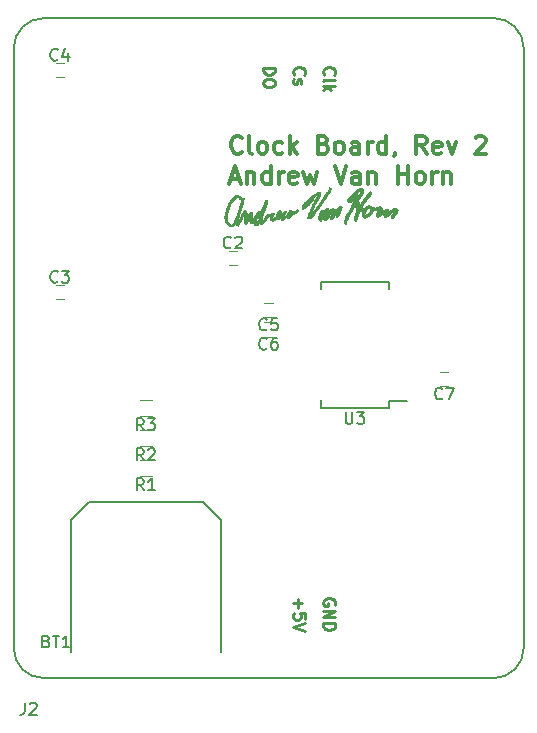
<source format=gbr>
G04 #@! TF.GenerationSoftware,KiCad,Pcbnew,(5.0.2)-1*
G04 #@! TF.CreationDate,2020-05-31T20:08:57-05:00*
G04 #@! TF.ProjectId,ClockBoard,436c6f63-6b42-46f6-9172-642e6b696361,rev?*
G04 #@! TF.SameCoordinates,Original*
G04 #@! TF.FileFunction,Legend,Top*
G04 #@! TF.FilePolarity,Positive*
%FSLAX46Y46*%
G04 Gerber Fmt 4.6, Leading zero omitted, Abs format (unit mm)*
G04 Created by KiCad (PCBNEW (5.0.2)-1) date 5/31/2020 8:08:57 PM*
%MOMM*%
%LPD*%
G01*
G04 APERTURE LIST*
%ADD10C,0.250000*%
%ADD11C,0.300000*%
%ADD12C,0.120000*%
%ADD13C,0.150000*%
%ADD14C,0.010000*%
G04 APERTURE END LIST*
D10*
X150360000Y-120812404D02*
X150407619Y-120717166D01*
X150407619Y-120574309D01*
X150360000Y-120431452D01*
X150264761Y-120336214D01*
X150169523Y-120288595D01*
X149979047Y-120240976D01*
X149836190Y-120240976D01*
X149645714Y-120288595D01*
X149550476Y-120336214D01*
X149455238Y-120431452D01*
X149407619Y-120574309D01*
X149407619Y-120669547D01*
X149455238Y-120812404D01*
X149502857Y-120860023D01*
X149836190Y-120860023D01*
X149836190Y-120669547D01*
X149407619Y-121288595D02*
X150407619Y-121288595D01*
X149407619Y-121860023D01*
X150407619Y-121860023D01*
X149407619Y-122336214D02*
X150407619Y-122336214D01*
X150407619Y-122574309D01*
X150360000Y-122717166D01*
X150264761Y-122812404D01*
X150169523Y-122860023D01*
X149979047Y-122907642D01*
X149836190Y-122907642D01*
X149645714Y-122860023D01*
X149550476Y-122812404D01*
X149455238Y-122717166D01*
X149407619Y-122574309D01*
X149407619Y-122336214D01*
X147248571Y-120288595D02*
X147248571Y-121050500D01*
X146867619Y-120669547D02*
X147629523Y-120669547D01*
X147867619Y-122002880D02*
X147867619Y-121526690D01*
X147391428Y-121479071D01*
X147439047Y-121526690D01*
X147486666Y-121621928D01*
X147486666Y-121860023D01*
X147439047Y-121955261D01*
X147391428Y-122002880D01*
X147296190Y-122050500D01*
X147058095Y-122050500D01*
X146962857Y-122002880D01*
X146915238Y-121955261D01*
X146867619Y-121860023D01*
X146867619Y-121621928D01*
X146915238Y-121526690D01*
X146962857Y-121479071D01*
X147867619Y-122336214D02*
X146867619Y-122669547D01*
X147867619Y-123002880D01*
X149502857Y-75902023D02*
X149455238Y-75854404D01*
X149407619Y-75711547D01*
X149407619Y-75616309D01*
X149455238Y-75473452D01*
X149550476Y-75378214D01*
X149645714Y-75330595D01*
X149836190Y-75282976D01*
X149979047Y-75282976D01*
X150169523Y-75330595D01*
X150264761Y-75378214D01*
X150360000Y-75473452D01*
X150407619Y-75616309D01*
X150407619Y-75711547D01*
X150360000Y-75854404D01*
X150312380Y-75902023D01*
X149407619Y-76473452D02*
X149455238Y-76378214D01*
X149550476Y-76330595D01*
X150407619Y-76330595D01*
X149407619Y-76854404D02*
X150407619Y-76854404D01*
X149788571Y-76949642D02*
X149407619Y-77235357D01*
X150074285Y-77235357D02*
X149693333Y-76854404D01*
X146962857Y-75902023D02*
X146915238Y-75854404D01*
X146867619Y-75711547D01*
X146867619Y-75616309D01*
X146915238Y-75473452D01*
X147010476Y-75378214D01*
X147105714Y-75330595D01*
X147296190Y-75282976D01*
X147439047Y-75282976D01*
X147629523Y-75330595D01*
X147724761Y-75378214D01*
X147820000Y-75473452D01*
X147867619Y-75616309D01*
X147867619Y-75711547D01*
X147820000Y-75854404D01*
X147772380Y-75902023D01*
X146915238Y-76282976D02*
X146867619Y-76378214D01*
X146867619Y-76568690D01*
X146915238Y-76663928D01*
X147010476Y-76711547D01*
X147058095Y-76711547D01*
X147153333Y-76663928D01*
X147200952Y-76568690D01*
X147200952Y-76425833D01*
X147248571Y-76330595D01*
X147343809Y-76282976D01*
X147391428Y-76282976D01*
X147486666Y-76330595D01*
X147534285Y-76425833D01*
X147534285Y-76568690D01*
X147486666Y-76663928D01*
X144327619Y-75330595D02*
X145327619Y-75330595D01*
X145327619Y-75568690D01*
X145280000Y-75711547D01*
X145184761Y-75806785D01*
X145089523Y-75854404D01*
X144899047Y-75902023D01*
X144756190Y-75902023D01*
X144565714Y-75854404D01*
X144470476Y-75806785D01*
X144375238Y-75711547D01*
X144327619Y-75568690D01*
X144327619Y-75330595D01*
X145327619Y-76521071D02*
X145327619Y-76711547D01*
X145280000Y-76806785D01*
X145184761Y-76902023D01*
X144994285Y-76949642D01*
X144660952Y-76949642D01*
X144470476Y-76902023D01*
X144375238Y-76806785D01*
X144327619Y-76711547D01*
X144327619Y-76521071D01*
X144375238Y-76425833D01*
X144470476Y-76330595D01*
X144660952Y-76282976D01*
X144994285Y-76282976D01*
X145184761Y-76330595D01*
X145280000Y-76425833D01*
X145327619Y-76521071D01*
D11*
X142506285Y-82445714D02*
X142434857Y-82517142D01*
X142220571Y-82588571D01*
X142077714Y-82588571D01*
X141863428Y-82517142D01*
X141720571Y-82374285D01*
X141649142Y-82231428D01*
X141577714Y-81945714D01*
X141577714Y-81731428D01*
X141649142Y-81445714D01*
X141720571Y-81302857D01*
X141863428Y-81160000D01*
X142077714Y-81088571D01*
X142220571Y-81088571D01*
X142434857Y-81160000D01*
X142506285Y-81231428D01*
X143363428Y-82588571D02*
X143220571Y-82517142D01*
X143149142Y-82374285D01*
X143149142Y-81088571D01*
X144149142Y-82588571D02*
X144006285Y-82517142D01*
X143934857Y-82445714D01*
X143863428Y-82302857D01*
X143863428Y-81874285D01*
X143934857Y-81731428D01*
X144006285Y-81660000D01*
X144149142Y-81588571D01*
X144363428Y-81588571D01*
X144506285Y-81660000D01*
X144577714Y-81731428D01*
X144649142Y-81874285D01*
X144649142Y-82302857D01*
X144577714Y-82445714D01*
X144506285Y-82517142D01*
X144363428Y-82588571D01*
X144149142Y-82588571D01*
X145934857Y-82517142D02*
X145792000Y-82588571D01*
X145506285Y-82588571D01*
X145363428Y-82517142D01*
X145292000Y-82445714D01*
X145220571Y-82302857D01*
X145220571Y-81874285D01*
X145292000Y-81731428D01*
X145363428Y-81660000D01*
X145506285Y-81588571D01*
X145792000Y-81588571D01*
X145934857Y-81660000D01*
X146577714Y-82588571D02*
X146577714Y-81088571D01*
X146720571Y-82017142D02*
X147149142Y-82588571D01*
X147149142Y-81588571D02*
X146577714Y-82160000D01*
X149434857Y-81802857D02*
X149649142Y-81874285D01*
X149720571Y-81945714D01*
X149792000Y-82088571D01*
X149792000Y-82302857D01*
X149720571Y-82445714D01*
X149649142Y-82517142D01*
X149506285Y-82588571D01*
X148934857Y-82588571D01*
X148934857Y-81088571D01*
X149434857Y-81088571D01*
X149577714Y-81160000D01*
X149649142Y-81231428D01*
X149720571Y-81374285D01*
X149720571Y-81517142D01*
X149649142Y-81660000D01*
X149577714Y-81731428D01*
X149434857Y-81802857D01*
X148934857Y-81802857D01*
X150649142Y-82588571D02*
X150506285Y-82517142D01*
X150434857Y-82445714D01*
X150363428Y-82302857D01*
X150363428Y-81874285D01*
X150434857Y-81731428D01*
X150506285Y-81660000D01*
X150649142Y-81588571D01*
X150863428Y-81588571D01*
X151006285Y-81660000D01*
X151077714Y-81731428D01*
X151149142Y-81874285D01*
X151149142Y-82302857D01*
X151077714Y-82445714D01*
X151006285Y-82517142D01*
X150863428Y-82588571D01*
X150649142Y-82588571D01*
X152434857Y-82588571D02*
X152434857Y-81802857D01*
X152363428Y-81660000D01*
X152220571Y-81588571D01*
X151934857Y-81588571D01*
X151792000Y-81660000D01*
X152434857Y-82517142D02*
X152292000Y-82588571D01*
X151934857Y-82588571D01*
X151792000Y-82517142D01*
X151720571Y-82374285D01*
X151720571Y-82231428D01*
X151792000Y-82088571D01*
X151934857Y-82017142D01*
X152292000Y-82017142D01*
X152434857Y-81945714D01*
X153149142Y-82588571D02*
X153149142Y-81588571D01*
X153149142Y-81874285D02*
X153220571Y-81731428D01*
X153292000Y-81660000D01*
X153434857Y-81588571D01*
X153577714Y-81588571D01*
X154720571Y-82588571D02*
X154720571Y-81088571D01*
X154720571Y-82517142D02*
X154577714Y-82588571D01*
X154292000Y-82588571D01*
X154149142Y-82517142D01*
X154077714Y-82445714D01*
X154006285Y-82302857D01*
X154006285Y-81874285D01*
X154077714Y-81731428D01*
X154149142Y-81660000D01*
X154292000Y-81588571D01*
X154577714Y-81588571D01*
X154720571Y-81660000D01*
X155506285Y-82517142D02*
X155506285Y-82588571D01*
X155434857Y-82731428D01*
X155363428Y-82802857D01*
X158149142Y-82588571D02*
X157649142Y-81874285D01*
X157292000Y-82588571D02*
X157292000Y-81088571D01*
X157863428Y-81088571D01*
X158006285Y-81160000D01*
X158077714Y-81231428D01*
X158149142Y-81374285D01*
X158149142Y-81588571D01*
X158077714Y-81731428D01*
X158006285Y-81802857D01*
X157863428Y-81874285D01*
X157292000Y-81874285D01*
X159363428Y-82517142D02*
X159220571Y-82588571D01*
X158934857Y-82588571D01*
X158792000Y-82517142D01*
X158720571Y-82374285D01*
X158720571Y-81802857D01*
X158792000Y-81660000D01*
X158934857Y-81588571D01*
X159220571Y-81588571D01*
X159363428Y-81660000D01*
X159434857Y-81802857D01*
X159434857Y-81945714D01*
X158720571Y-82088571D01*
X159934857Y-81588571D02*
X160292000Y-82588571D01*
X160649142Y-81588571D01*
X162292000Y-81231428D02*
X162363428Y-81160000D01*
X162506285Y-81088571D01*
X162863428Y-81088571D01*
X163006285Y-81160000D01*
X163077714Y-81231428D01*
X163149142Y-81374285D01*
X163149142Y-81517142D01*
X163077714Y-81731428D01*
X162220571Y-82588571D01*
X163149142Y-82588571D01*
X141577714Y-84710000D02*
X142292000Y-84710000D01*
X141434857Y-85138571D02*
X141934857Y-83638571D01*
X142434857Y-85138571D01*
X142934857Y-84138571D02*
X142934857Y-85138571D01*
X142934857Y-84281428D02*
X143006285Y-84210000D01*
X143149142Y-84138571D01*
X143363428Y-84138571D01*
X143506285Y-84210000D01*
X143577714Y-84352857D01*
X143577714Y-85138571D01*
X144934857Y-85138571D02*
X144934857Y-83638571D01*
X144934857Y-85067142D02*
X144792000Y-85138571D01*
X144506285Y-85138571D01*
X144363428Y-85067142D01*
X144292000Y-84995714D01*
X144220571Y-84852857D01*
X144220571Y-84424285D01*
X144292000Y-84281428D01*
X144363428Y-84210000D01*
X144506285Y-84138571D01*
X144792000Y-84138571D01*
X144934857Y-84210000D01*
X145649142Y-85138571D02*
X145649142Y-84138571D01*
X145649142Y-84424285D02*
X145720571Y-84281428D01*
X145792000Y-84210000D01*
X145934857Y-84138571D01*
X146077714Y-84138571D01*
X147149142Y-85067142D02*
X147006285Y-85138571D01*
X146720571Y-85138571D01*
X146577714Y-85067142D01*
X146506285Y-84924285D01*
X146506285Y-84352857D01*
X146577714Y-84210000D01*
X146720571Y-84138571D01*
X147006285Y-84138571D01*
X147149142Y-84210000D01*
X147220571Y-84352857D01*
X147220571Y-84495714D01*
X146506285Y-84638571D01*
X147720571Y-84138571D02*
X148006285Y-85138571D01*
X148292000Y-84424285D01*
X148577714Y-85138571D01*
X148863428Y-84138571D01*
X150363428Y-83638571D02*
X150863428Y-85138571D01*
X151363428Y-83638571D01*
X152506285Y-85138571D02*
X152506285Y-84352857D01*
X152434857Y-84210000D01*
X152292000Y-84138571D01*
X152006285Y-84138571D01*
X151863428Y-84210000D01*
X152506285Y-85067142D02*
X152363428Y-85138571D01*
X152006285Y-85138571D01*
X151863428Y-85067142D01*
X151792000Y-84924285D01*
X151792000Y-84781428D01*
X151863428Y-84638571D01*
X152006285Y-84567142D01*
X152363428Y-84567142D01*
X152506285Y-84495714D01*
X153220571Y-84138571D02*
X153220571Y-85138571D01*
X153220571Y-84281428D02*
X153292000Y-84210000D01*
X153434857Y-84138571D01*
X153649142Y-84138571D01*
X153792000Y-84210000D01*
X153863428Y-84352857D01*
X153863428Y-85138571D01*
X155720571Y-85138571D02*
X155720571Y-83638571D01*
X155720571Y-84352857D02*
X156577714Y-84352857D01*
X156577714Y-85138571D02*
X156577714Y-83638571D01*
X157506285Y-85138571D02*
X157363428Y-85067142D01*
X157292000Y-84995714D01*
X157220571Y-84852857D01*
X157220571Y-84424285D01*
X157292000Y-84281428D01*
X157363428Y-84210000D01*
X157506285Y-84138571D01*
X157720571Y-84138571D01*
X157863428Y-84210000D01*
X157934857Y-84281428D01*
X158006285Y-84424285D01*
X158006285Y-84852857D01*
X157934857Y-84995714D01*
X157863428Y-85067142D01*
X157720571Y-85138571D01*
X157506285Y-85138571D01*
X158649142Y-85138571D02*
X158649142Y-84138571D01*
X158649142Y-84424285D02*
X158720571Y-84281428D01*
X158792000Y-84210000D01*
X158934857Y-84138571D01*
X159077714Y-84138571D01*
X159577714Y-84138571D02*
X159577714Y-85138571D01*
X159577714Y-84281428D02*
X159649142Y-84210000D01*
X159792000Y-84138571D01*
X160006285Y-84138571D01*
X160149142Y-84210000D01*
X160220571Y-84352857D01*
X160220571Y-85138571D01*
D12*
G04 #@! TO.C,C2*
X141392200Y-90814600D02*
X142092200Y-90814600D01*
X142092200Y-92014600D02*
X141392200Y-92014600D01*
G04 #@! TO.C,C3*
X126736400Y-93710200D02*
X127436400Y-93710200D01*
X127436400Y-94910200D02*
X126736400Y-94910200D01*
G04 #@! TO.C,C4*
X126736400Y-74914200D02*
X127436400Y-74914200D01*
X127436400Y-76114200D02*
X126736400Y-76114200D01*
G04 #@! TO.C,C5*
X145119800Y-96442308D02*
X144419800Y-96442308D01*
X144419800Y-95242308D02*
X145119800Y-95242308D01*
G04 #@! TO.C,C6*
X145119800Y-98085200D02*
X144419800Y-98085200D01*
X144419800Y-96885200D02*
X145119800Y-96885200D01*
G04 #@! TO.C,C7*
X159999200Y-102296750D02*
X159299200Y-102296750D01*
X159299200Y-101096750D02*
X159999200Y-101096750D01*
G04 #@! TO.C,R1*
X133866000Y-108514600D02*
X134866000Y-108514600D01*
X134866000Y-109874600D02*
X133866000Y-109874600D01*
G04 #@! TO.C,R2*
X133866000Y-105974600D02*
X134866000Y-105974600D01*
X134866000Y-107334600D02*
X133866000Y-107334600D01*
G04 #@! TO.C,R3*
X133866000Y-103434600D02*
X134866000Y-103434600D01*
X134866000Y-104794600D02*
X133866000Y-104794600D01*
D13*
G04 #@! TO.C,U3*
X154926200Y-104092150D02*
X154926200Y-103517150D01*
X149176200Y-104092150D02*
X149176200Y-103442150D01*
X149176200Y-93442150D02*
X149176200Y-94092150D01*
X154926200Y-93442150D02*
X154926200Y-94092150D01*
X154926200Y-104092150D02*
X149176200Y-104092150D01*
X154926200Y-93442150D02*
X149176200Y-93442150D01*
X154926200Y-103517150D02*
X156526200Y-103517150D01*
G04 #@! TO.C,BT1*
X139192000Y-112115600D02*
X129540000Y-112115600D01*
X140716000Y-113639600D02*
X139192000Y-112115600D01*
X128016000Y-113639600D02*
X129540000Y-112115600D01*
X128016000Y-124815600D02*
X128016000Y-113639600D01*
X140716000Y-124815600D02*
X140716000Y-113639600D01*
G04 #@! TO.C,J2*
X163830000Y-127000000D02*
G75*
G03X166370000Y-124460000I0J2540000D01*
G01*
X125730000Y-71120000D02*
G75*
G03X123190000Y-73660000I0J-2540000D01*
G01*
X123190000Y-124460000D02*
G75*
G03X125730000Y-127000000I2540000J0D01*
G01*
X123190000Y-73660000D02*
X123190000Y-124460000D01*
X125730000Y-127000000D02*
X163830000Y-127000000D01*
X166370000Y-124460000D02*
X166370000Y-73660000D01*
X166370000Y-73660000D02*
G75*
G03X163830000Y-71120000I-2540000J0D01*
G01*
X163830000Y-71120000D02*
X125730000Y-71120000D01*
D14*
G04 #@! TO.C,G\002A\002A\002A*
G36*
X149916109Y-85451561D02*
X149948880Y-85472512D01*
X149995807Y-85509470D01*
X150034742Y-85542615D01*
X150051224Y-85569645D01*
X150049540Y-85598198D01*
X150037207Y-85629693D01*
X150012240Y-85677259D01*
X149977598Y-85736098D01*
X149936237Y-85801413D01*
X149891116Y-85868403D01*
X149845193Y-85932272D01*
X149836406Y-85943941D01*
X149800553Y-85993794D01*
X149763696Y-86049484D01*
X149728878Y-86105857D01*
X149699141Y-86157759D01*
X149677528Y-86200036D01*
X149667081Y-86227533D01*
X149666570Y-86231671D01*
X149656658Y-86249302D01*
X149640518Y-86262541D01*
X149620048Y-86281838D01*
X149614467Y-86295802D01*
X149605686Y-86314764D01*
X149583716Y-86341671D01*
X149574379Y-86351050D01*
X149547716Y-86382723D01*
X149517294Y-86428028D01*
X149491396Y-86473974D01*
X149450614Y-86553566D01*
X149418496Y-86613757D01*
X149392562Y-86658697D01*
X149370335Y-86692535D01*
X149349337Y-86719420D01*
X149335780Y-86734487D01*
X149308243Y-86766399D01*
X149276272Y-86807421D01*
X149243902Y-86851821D01*
X149215170Y-86893862D01*
X149194113Y-86927809D01*
X149184766Y-86947928D01*
X149184621Y-86949263D01*
X149176365Y-86965680D01*
X149156092Y-86990699D01*
X149152086Y-86994970D01*
X149127278Y-87024118D01*
X149095960Y-87065255D01*
X149070675Y-87101097D01*
X149025036Y-87166334D01*
X148973202Y-87236958D01*
X148919741Y-87307044D01*
X148869219Y-87370669D01*
X148826203Y-87421908D01*
X148807339Y-87442724D01*
X148773315Y-87479389D01*
X148742436Y-87513916D01*
X148729509Y-87529051D01*
X148706969Y-87556040D01*
X148674885Y-87594082D01*
X148644034Y-87630435D01*
X148605927Y-87681496D01*
X148587022Y-87721953D01*
X148585204Y-87734640D01*
X148574234Y-87781133D01*
X148541497Y-87834912D01*
X148486392Y-87896667D01*
X148408318Y-87967087D01*
X148323725Y-88034061D01*
X148275456Y-88067057D01*
X148235112Y-88083726D01*
X148192707Y-88086655D01*
X148146271Y-88080019D01*
X148117367Y-88065317D01*
X148086616Y-88036949D01*
X148061977Y-88003818D01*
X148051408Y-87974825D01*
X148051390Y-87973883D01*
X148055891Y-87951934D01*
X148067850Y-87913150D01*
X148084955Y-87864845D01*
X148090467Y-87850309D01*
X148108665Y-87800159D01*
X148122345Y-87756948D01*
X148129176Y-87728227D01*
X148129544Y-87723853D01*
X148134911Y-87699790D01*
X148148963Y-87661001D01*
X148168048Y-87617221D01*
X148192091Y-87563341D01*
X148219168Y-87498309D01*
X148243699Y-87435558D01*
X148245265Y-87431359D01*
X148339176Y-87204022D01*
X148389756Y-87099205D01*
X148415063Y-87044943D01*
X148440773Y-86983057D01*
X148454145Y-86947185D01*
X148473807Y-86898745D01*
X148502185Y-86838507D01*
X148534294Y-86776832D01*
X148546847Y-86754461D01*
X148574250Y-86705798D01*
X148595892Y-86665385D01*
X148608948Y-86638612D01*
X148611493Y-86631148D01*
X148618297Y-86615201D01*
X148635909Y-86585232D01*
X148654417Y-86556846D01*
X148682417Y-86511573D01*
X148713730Y-86455018D01*
X148740167Y-86402333D01*
X148763987Y-86354523D01*
X148786955Y-86313277D01*
X148804486Y-86286775D01*
X148805893Y-86285103D01*
X148823522Y-86260120D01*
X148845611Y-86221982D01*
X148869360Y-86176532D01*
X148891971Y-86129611D01*
X148910644Y-86087064D01*
X148922580Y-86054731D01*
X148924979Y-86038456D01*
X148924386Y-86037787D01*
X148904218Y-86038150D01*
X148869890Y-86050367D01*
X148828523Y-86071263D01*
X148787235Y-86097662D01*
X148782728Y-86100971D01*
X148745814Y-86125554D01*
X148698332Y-86153385D01*
X148668337Y-86169345D01*
X148627873Y-86193261D01*
X148579498Y-86226899D01*
X148529146Y-86265506D01*
X148482749Y-86304330D01*
X148446239Y-86338618D01*
X148425548Y-86363619D01*
X148425322Y-86364017D01*
X148423597Y-86378009D01*
X148442891Y-86382705D01*
X148448672Y-86382795D01*
X148494770Y-86390727D01*
X148532967Y-86411369D01*
X148560167Y-86439984D01*
X148573276Y-86471840D01*
X148569198Y-86502201D01*
X148544839Y-86526332D01*
X148543108Y-86527252D01*
X148513575Y-86547205D01*
X148482004Y-86574931D01*
X148480400Y-86576556D01*
X148445275Y-86606851D01*
X148407857Y-86631581D01*
X148376144Y-86658012D01*
X148346863Y-86698156D01*
X148340704Y-86709735D01*
X148292584Y-86787212D01*
X148235443Y-86842220D01*
X148212598Y-86856354D01*
X148188614Y-86873057D01*
X148151201Y-86903616D01*
X148105524Y-86943646D01*
X148057903Y-86987666D01*
X148010272Y-87031333D01*
X147966843Y-87068345D01*
X147932361Y-87094836D01*
X147911575Y-87106941D01*
X147911365Y-87107001D01*
X147888599Y-87117248D01*
X147882057Y-87125782D01*
X147872094Y-87138384D01*
X147845831Y-87161350D01*
X147808704Y-87190689D01*
X147766153Y-87222407D01*
X147723614Y-87252512D01*
X147686524Y-87277013D01*
X147660323Y-87291915D01*
X147652141Y-87294590D01*
X147638025Y-87283694D01*
X147634570Y-87267770D01*
X147629881Y-87249521D01*
X147622444Y-87248444D01*
X147606892Y-87246419D01*
X147594507Y-87221319D01*
X147585910Y-87175995D01*
X147581724Y-87113300D01*
X147581729Y-87061503D01*
X147592363Y-87018715D01*
X147621361Y-86962531D01*
X147666791Y-86895888D01*
X147726722Y-86821724D01*
X147773300Y-86770063D01*
X147809482Y-86730285D01*
X147837628Y-86697045D01*
X147853726Y-86675195D01*
X147856006Y-86669993D01*
X147866720Y-86656841D01*
X147881030Y-86650146D01*
X147897925Y-86638785D01*
X147929797Y-86611987D01*
X147973266Y-86572799D01*
X148009152Y-86539103D01*
X148238133Y-86539103D01*
X148249217Y-86530606D01*
X148266313Y-86513051D01*
X148279600Y-86494346D01*
X148277978Y-86487000D01*
X148262538Y-86496828D01*
X148249798Y-86513051D01*
X148239010Y-86532954D01*
X148238133Y-86539103D01*
X148009152Y-86539103D01*
X148024952Y-86524268D01*
X148080737Y-86470166D01*
X148180066Y-86373101D01*
X148264664Y-86292346D01*
X148337655Y-86225242D01*
X148402163Y-86169128D01*
X148461313Y-86121347D01*
X148518229Y-86079238D01*
X148576037Y-86040143D01*
X148615167Y-86015338D01*
X148681641Y-85975597D01*
X148756569Y-85933128D01*
X148827407Y-85894971D01*
X148852467Y-85882152D01*
X148906639Y-85855512D01*
X148944413Y-85839151D01*
X148972530Y-85831369D01*
X148997728Y-85830470D01*
X149026744Y-85834753D01*
X149034518Y-85836263D01*
X149086286Y-85850218D01*
X149117794Y-85870746D01*
X149134824Y-85903637D01*
X149142048Y-85943974D01*
X149142652Y-85992421D01*
X149136315Y-86048522D01*
X149124827Y-86102804D01*
X149109982Y-86145796D01*
X149100909Y-86161359D01*
X149085783Y-86185027D01*
X149066466Y-86220531D01*
X149060232Y-86233000D01*
X149037060Y-86275187D01*
X149011786Y-86313819D01*
X149006639Y-86320591D01*
X148985553Y-86351804D01*
X148960199Y-86395794D01*
X148941884Y-86431309D01*
X148917247Y-86479326D01*
X148891867Y-86524651D01*
X148876575Y-86549304D01*
X148855072Y-86587932D01*
X148840518Y-86625801D01*
X148839573Y-86629685D01*
X148824863Y-86665139D01*
X148800181Y-86700819D01*
X148797783Y-86703478D01*
X148774461Y-86734216D01*
X148744119Y-86781849D01*
X148710534Y-86839566D01*
X148677482Y-86900552D01*
X148648741Y-86957995D01*
X148628086Y-87005083D01*
X148623406Y-87018038D01*
X148609284Y-87054655D01*
X148587743Y-87103627D01*
X148563861Y-87153509D01*
X148542838Y-87196453D01*
X148527387Y-87229940D01*
X148520440Y-87247574D01*
X148520313Y-87248445D01*
X148515194Y-87262863D01*
X148501316Y-87295762D01*
X148480901Y-87341998D01*
X148460202Y-87387652D01*
X148432904Y-87451098D01*
X148408625Y-87514699D01*
X148388910Y-87573517D01*
X148375305Y-87622614D01*
X148369353Y-87657051D01*
X148371515Y-87671159D01*
X148382976Y-87665499D01*
X148407225Y-87643077D01*
X148440925Y-87607590D01*
X148480738Y-87562737D01*
X148523326Y-87512214D01*
X148565350Y-87459720D01*
X148582107Y-87437872D01*
X148615902Y-87393694D01*
X148644844Y-87356846D01*
X148664643Y-87332742D01*
X148669783Y-87327154D01*
X148684420Y-87310042D01*
X148708208Y-87279003D01*
X148730070Y-87249000D01*
X148760298Y-87207645D01*
X148789053Y-87169986D01*
X148804154Y-87151308D01*
X148859064Y-87085868D01*
X148903943Y-87030185D01*
X148944963Y-86976157D01*
X148988294Y-86915677D01*
X149034826Y-86848362D01*
X149076767Y-86786972D01*
X149117337Y-86727380D01*
X149152319Y-86675793D01*
X149177497Y-86638418D01*
X149180517Y-86633898D01*
X149213134Y-86586288D01*
X149248374Y-86536767D01*
X149263050Y-86516826D01*
X149286313Y-86481619D01*
X149316104Y-86430690D01*
X149347937Y-86371923D01*
X149367907Y-86332628D01*
X149400583Y-86270529D01*
X149436506Y-86208845D01*
X149470298Y-86156553D01*
X149487271Y-86133469D01*
X149519868Y-86089416D01*
X149548496Y-86045400D01*
X149564372Y-86016187D01*
X149584844Y-85981979D01*
X149621100Y-85932966D01*
X149670333Y-85872591D01*
X149729735Y-85804297D01*
X149796394Y-85731640D01*
X149824072Y-85696131D01*
X149854957Y-85647357D01*
X149881431Y-85597724D01*
X149923685Y-85509271D01*
X149898387Y-85477110D01*
X149882497Y-85454938D01*
X149883122Y-85446270D01*
X149895110Y-85444949D01*
X149916109Y-85451561D01*
X149916109Y-85451561D01*
G37*
X149916109Y-85451561D02*
X149948880Y-85472512D01*
X149995807Y-85509470D01*
X150034742Y-85542615D01*
X150051224Y-85569645D01*
X150049540Y-85598198D01*
X150037207Y-85629693D01*
X150012240Y-85677259D01*
X149977598Y-85736098D01*
X149936237Y-85801413D01*
X149891116Y-85868403D01*
X149845193Y-85932272D01*
X149836406Y-85943941D01*
X149800553Y-85993794D01*
X149763696Y-86049484D01*
X149728878Y-86105857D01*
X149699141Y-86157759D01*
X149677528Y-86200036D01*
X149667081Y-86227533D01*
X149666570Y-86231671D01*
X149656658Y-86249302D01*
X149640518Y-86262541D01*
X149620048Y-86281838D01*
X149614467Y-86295802D01*
X149605686Y-86314764D01*
X149583716Y-86341671D01*
X149574379Y-86351050D01*
X149547716Y-86382723D01*
X149517294Y-86428028D01*
X149491396Y-86473974D01*
X149450614Y-86553566D01*
X149418496Y-86613757D01*
X149392562Y-86658697D01*
X149370335Y-86692535D01*
X149349337Y-86719420D01*
X149335780Y-86734487D01*
X149308243Y-86766399D01*
X149276272Y-86807421D01*
X149243902Y-86851821D01*
X149215170Y-86893862D01*
X149194113Y-86927809D01*
X149184766Y-86947928D01*
X149184621Y-86949263D01*
X149176365Y-86965680D01*
X149156092Y-86990699D01*
X149152086Y-86994970D01*
X149127278Y-87024118D01*
X149095960Y-87065255D01*
X149070675Y-87101097D01*
X149025036Y-87166334D01*
X148973202Y-87236958D01*
X148919741Y-87307044D01*
X148869219Y-87370669D01*
X148826203Y-87421908D01*
X148807339Y-87442724D01*
X148773315Y-87479389D01*
X148742436Y-87513916D01*
X148729509Y-87529051D01*
X148706969Y-87556040D01*
X148674885Y-87594082D01*
X148644034Y-87630435D01*
X148605927Y-87681496D01*
X148587022Y-87721953D01*
X148585204Y-87734640D01*
X148574234Y-87781133D01*
X148541497Y-87834912D01*
X148486392Y-87896667D01*
X148408318Y-87967087D01*
X148323725Y-88034061D01*
X148275456Y-88067057D01*
X148235112Y-88083726D01*
X148192707Y-88086655D01*
X148146271Y-88080019D01*
X148117367Y-88065317D01*
X148086616Y-88036949D01*
X148061977Y-88003818D01*
X148051408Y-87974825D01*
X148051390Y-87973883D01*
X148055891Y-87951934D01*
X148067850Y-87913150D01*
X148084955Y-87864845D01*
X148090467Y-87850309D01*
X148108665Y-87800159D01*
X148122345Y-87756948D01*
X148129176Y-87728227D01*
X148129544Y-87723853D01*
X148134911Y-87699790D01*
X148148963Y-87661001D01*
X148168048Y-87617221D01*
X148192091Y-87563341D01*
X148219168Y-87498309D01*
X148243699Y-87435558D01*
X148245265Y-87431359D01*
X148339176Y-87204022D01*
X148389756Y-87099205D01*
X148415063Y-87044943D01*
X148440773Y-86983057D01*
X148454145Y-86947185D01*
X148473807Y-86898745D01*
X148502185Y-86838507D01*
X148534294Y-86776832D01*
X148546847Y-86754461D01*
X148574250Y-86705798D01*
X148595892Y-86665385D01*
X148608948Y-86638612D01*
X148611493Y-86631148D01*
X148618297Y-86615201D01*
X148635909Y-86585232D01*
X148654417Y-86556846D01*
X148682417Y-86511573D01*
X148713730Y-86455018D01*
X148740167Y-86402333D01*
X148763987Y-86354523D01*
X148786955Y-86313277D01*
X148804486Y-86286775D01*
X148805893Y-86285103D01*
X148823522Y-86260120D01*
X148845611Y-86221982D01*
X148869360Y-86176532D01*
X148891971Y-86129611D01*
X148910644Y-86087064D01*
X148922580Y-86054731D01*
X148924979Y-86038456D01*
X148924386Y-86037787D01*
X148904218Y-86038150D01*
X148869890Y-86050367D01*
X148828523Y-86071263D01*
X148787235Y-86097662D01*
X148782728Y-86100971D01*
X148745814Y-86125554D01*
X148698332Y-86153385D01*
X148668337Y-86169345D01*
X148627873Y-86193261D01*
X148579498Y-86226899D01*
X148529146Y-86265506D01*
X148482749Y-86304330D01*
X148446239Y-86338618D01*
X148425548Y-86363619D01*
X148425322Y-86364017D01*
X148423597Y-86378009D01*
X148442891Y-86382705D01*
X148448672Y-86382795D01*
X148494770Y-86390727D01*
X148532967Y-86411369D01*
X148560167Y-86439984D01*
X148573276Y-86471840D01*
X148569198Y-86502201D01*
X148544839Y-86526332D01*
X148543108Y-86527252D01*
X148513575Y-86547205D01*
X148482004Y-86574931D01*
X148480400Y-86576556D01*
X148445275Y-86606851D01*
X148407857Y-86631581D01*
X148376144Y-86658012D01*
X148346863Y-86698156D01*
X148340704Y-86709735D01*
X148292584Y-86787212D01*
X148235443Y-86842220D01*
X148212598Y-86856354D01*
X148188614Y-86873057D01*
X148151201Y-86903616D01*
X148105524Y-86943646D01*
X148057903Y-86987666D01*
X148010272Y-87031333D01*
X147966843Y-87068345D01*
X147932361Y-87094836D01*
X147911575Y-87106941D01*
X147911365Y-87107001D01*
X147888599Y-87117248D01*
X147882057Y-87125782D01*
X147872094Y-87138384D01*
X147845831Y-87161350D01*
X147808704Y-87190689D01*
X147766153Y-87222407D01*
X147723614Y-87252512D01*
X147686524Y-87277013D01*
X147660323Y-87291915D01*
X147652141Y-87294590D01*
X147638025Y-87283694D01*
X147634570Y-87267770D01*
X147629881Y-87249521D01*
X147622444Y-87248444D01*
X147606892Y-87246419D01*
X147594507Y-87221319D01*
X147585910Y-87175995D01*
X147581724Y-87113300D01*
X147581729Y-87061503D01*
X147592363Y-87018715D01*
X147621361Y-86962531D01*
X147666791Y-86895888D01*
X147726722Y-86821724D01*
X147773300Y-86770063D01*
X147809482Y-86730285D01*
X147837628Y-86697045D01*
X147853726Y-86675195D01*
X147856006Y-86669993D01*
X147866720Y-86656841D01*
X147881030Y-86650146D01*
X147897925Y-86638785D01*
X147929797Y-86611987D01*
X147973266Y-86572799D01*
X148009152Y-86539103D01*
X148238133Y-86539103D01*
X148249217Y-86530606D01*
X148266313Y-86513051D01*
X148279600Y-86494346D01*
X148277978Y-86487000D01*
X148262538Y-86496828D01*
X148249798Y-86513051D01*
X148239010Y-86532954D01*
X148238133Y-86539103D01*
X148009152Y-86539103D01*
X148024952Y-86524268D01*
X148080737Y-86470166D01*
X148180066Y-86373101D01*
X148264664Y-86292346D01*
X148337655Y-86225242D01*
X148402163Y-86169128D01*
X148461313Y-86121347D01*
X148518229Y-86079238D01*
X148576037Y-86040143D01*
X148615167Y-86015338D01*
X148681641Y-85975597D01*
X148756569Y-85933128D01*
X148827407Y-85894971D01*
X148852467Y-85882152D01*
X148906639Y-85855512D01*
X148944413Y-85839151D01*
X148972530Y-85831369D01*
X148997728Y-85830470D01*
X149026744Y-85834753D01*
X149034518Y-85836263D01*
X149086286Y-85850218D01*
X149117794Y-85870746D01*
X149134824Y-85903637D01*
X149142048Y-85943974D01*
X149142652Y-85992421D01*
X149136315Y-86048522D01*
X149124827Y-86102804D01*
X149109982Y-86145796D01*
X149100909Y-86161359D01*
X149085783Y-86185027D01*
X149066466Y-86220531D01*
X149060232Y-86233000D01*
X149037060Y-86275187D01*
X149011786Y-86313819D01*
X149006639Y-86320591D01*
X148985553Y-86351804D01*
X148960199Y-86395794D01*
X148941884Y-86431309D01*
X148917247Y-86479326D01*
X148891867Y-86524651D01*
X148876575Y-86549304D01*
X148855072Y-86587932D01*
X148840518Y-86625801D01*
X148839573Y-86629685D01*
X148824863Y-86665139D01*
X148800181Y-86700819D01*
X148797783Y-86703478D01*
X148774461Y-86734216D01*
X148744119Y-86781849D01*
X148710534Y-86839566D01*
X148677482Y-86900552D01*
X148648741Y-86957995D01*
X148628086Y-87005083D01*
X148623406Y-87018038D01*
X148609284Y-87054655D01*
X148587743Y-87103627D01*
X148563861Y-87153509D01*
X148542838Y-87196453D01*
X148527387Y-87229940D01*
X148520440Y-87247574D01*
X148520313Y-87248445D01*
X148515194Y-87262863D01*
X148501316Y-87295762D01*
X148480901Y-87341998D01*
X148460202Y-87387652D01*
X148432904Y-87451098D01*
X148408625Y-87514699D01*
X148388910Y-87573517D01*
X148375305Y-87622614D01*
X148369353Y-87657051D01*
X148371515Y-87671159D01*
X148382976Y-87665499D01*
X148407225Y-87643077D01*
X148440925Y-87607590D01*
X148480738Y-87562737D01*
X148523326Y-87512214D01*
X148565350Y-87459720D01*
X148582107Y-87437872D01*
X148615902Y-87393694D01*
X148644844Y-87356846D01*
X148664643Y-87332742D01*
X148669783Y-87327154D01*
X148684420Y-87310042D01*
X148708208Y-87279003D01*
X148730070Y-87249000D01*
X148760298Y-87207645D01*
X148789053Y-87169986D01*
X148804154Y-87151308D01*
X148859064Y-87085868D01*
X148903943Y-87030185D01*
X148944963Y-86976157D01*
X148988294Y-86915677D01*
X149034826Y-86848362D01*
X149076767Y-86786972D01*
X149117337Y-86727380D01*
X149152319Y-86675793D01*
X149177497Y-86638418D01*
X149180517Y-86633898D01*
X149213134Y-86586288D01*
X149248374Y-86536767D01*
X149263050Y-86516826D01*
X149286313Y-86481619D01*
X149316104Y-86430690D01*
X149347937Y-86371923D01*
X149367907Y-86332628D01*
X149400583Y-86270529D01*
X149436506Y-86208845D01*
X149470298Y-86156553D01*
X149487271Y-86133469D01*
X149519868Y-86089416D01*
X149548496Y-86045400D01*
X149564372Y-86016187D01*
X149584844Y-85981979D01*
X149621100Y-85932966D01*
X149670333Y-85872591D01*
X149729735Y-85804297D01*
X149796394Y-85731640D01*
X149824072Y-85696131D01*
X149854957Y-85647357D01*
X149881431Y-85597724D01*
X149923685Y-85509271D01*
X149898387Y-85477110D01*
X149882497Y-85454938D01*
X149883122Y-85446270D01*
X149895110Y-85444949D01*
X149916109Y-85451561D01*
G36*
X150856306Y-86992382D02*
X150864929Y-87006431D01*
X150873281Y-87020806D01*
X150894357Y-87045808D01*
X150905980Y-87058094D01*
X150947032Y-87100083D01*
X150931152Y-87174541D01*
X150919759Y-87218542D01*
X150901691Y-87277851D01*
X150879771Y-87343515D01*
X150864050Y-87387377D01*
X150843628Y-87443257D01*
X150827072Y-87489913D01*
X150816214Y-87522091D01*
X150812826Y-87534286D01*
X150807571Y-87549181D01*
X150793558Y-87581532D01*
X150773411Y-87625363D01*
X150764880Y-87643396D01*
X150738051Y-87702300D01*
X150711899Y-87764079D01*
X150691646Y-87816348D01*
X150689982Y-87821042D01*
X150663031Y-87898110D01*
X150573447Y-87928208D01*
X150483864Y-87958306D01*
X150490076Y-87903192D01*
X150491858Y-87862080D01*
X150488585Y-87828234D01*
X150486860Y-87822078D01*
X150485163Y-87789905D01*
X150491616Y-87770026D01*
X150503230Y-87746860D01*
X150506788Y-87737462D01*
X150514056Y-87710107D01*
X150528775Y-87666755D01*
X150547936Y-87615269D01*
X150568528Y-87563509D01*
X150587541Y-87519338D01*
X150600009Y-87493995D01*
X150616458Y-87457359D01*
X150618895Y-87435680D01*
X150609114Y-87431888D01*
X150588907Y-87448916D01*
X150579549Y-87460543D01*
X150557134Y-87489921D01*
X150539930Y-87511619D01*
X150539429Y-87512219D01*
X150527531Y-87533593D01*
X150526262Y-87540442D01*
X150517963Y-87556478D01*
X150516493Y-87557273D01*
X150499069Y-87573753D01*
X150476444Y-87605920D01*
X150453523Y-87645451D01*
X150435213Y-87684022D01*
X150427109Y-87708942D01*
X150412107Y-87747836D01*
X150387005Y-87785422D01*
X150384515Y-87788194D01*
X150345847Y-87834729D01*
X150304486Y-87891952D01*
X150268345Y-87948520D01*
X150252302Y-87977740D01*
X150230190Y-88012634D01*
X150200129Y-88049555D01*
X150194108Y-88055894D01*
X150164860Y-88090376D01*
X150142141Y-88125151D01*
X150139028Y-88131487D01*
X150120352Y-88160073D01*
X150102437Y-88165164D01*
X150088658Y-88146175D01*
X150086972Y-88140520D01*
X150073953Y-88121023D01*
X150060671Y-88121136D01*
X150035207Y-88119492D01*
X150002817Y-88104245D01*
X149972912Y-88081637D01*
X149954902Y-88057913D01*
X149953134Y-88049783D01*
X149946902Y-88025292D01*
X149940108Y-88017513D01*
X149927862Y-88000082D01*
X149939118Y-87975769D01*
X149949426Y-87964466D01*
X149966567Y-87938795D01*
X149985950Y-87897873D01*
X150003599Y-87851751D01*
X150015543Y-87810476D01*
X150018381Y-87790064D01*
X150023939Y-87767716D01*
X150038092Y-87731760D01*
X150050538Y-87704897D01*
X150074090Y-87647974D01*
X150082552Y-87604952D01*
X150075459Y-87578742D01*
X150071175Y-87575142D01*
X150056345Y-87579373D01*
X150036836Y-87599869D01*
X150035354Y-87601979D01*
X150007585Y-87637831D01*
X149982441Y-87665613D01*
X149962015Y-87688706D01*
X149953145Y-87704103D01*
X149953134Y-87704380D01*
X149946252Y-87720587D01*
X149929542Y-87747018D01*
X149928114Y-87749039D01*
X149908392Y-87780039D01*
X149883778Y-87823345D01*
X149857425Y-87872779D01*
X149832481Y-87922161D01*
X149812100Y-87965313D01*
X149799432Y-87996055D01*
X149796826Y-88006479D01*
X149786902Y-88025478D01*
X149766417Y-88043350D01*
X149736669Y-88070258D01*
X149719602Y-88093930D01*
X149699014Y-88118865D01*
X149665322Y-88147455D01*
X149646250Y-88160580D01*
X149608479Y-88188095D01*
X149577730Y-88216758D01*
X149568451Y-88228403D01*
X149550137Y-88249450D01*
X149534157Y-88248713D01*
X149530274Y-88245854D01*
X149519197Y-88222849D01*
X149520095Y-88204162D01*
X149521214Y-88184295D01*
X149508981Y-88183474D01*
X149494470Y-88197480D01*
X149493980Y-88204756D01*
X149489590Y-88218049D01*
X149469882Y-88215580D01*
X149439408Y-88198435D01*
X149426342Y-88188612D01*
X149405296Y-88170531D01*
X149395183Y-88154083D01*
X149394089Y-88130787D01*
X149400101Y-88092160D01*
X149402104Y-88081215D01*
X149409919Y-88030352D01*
X149409931Y-88003460D01*
X149401803Y-87999551D01*
X149385197Y-88017639D01*
X149381942Y-88022206D01*
X149356757Y-88054965D01*
X149331159Y-88084670D01*
X149311146Y-88108184D01*
X149301922Y-88122680D01*
X149301852Y-88123230D01*
X149294091Y-88135951D01*
X149273823Y-88162457D01*
X149247710Y-88194278D01*
X149207380Y-88234528D01*
X149170979Y-88256685D01*
X149141978Y-88259226D01*
X149127085Y-88247208D01*
X149110448Y-88240657D01*
X149089338Y-88241813D01*
X149061656Y-88239134D01*
X149033377Y-88217199D01*
X149023899Y-88206503D01*
X149002003Y-88177072D01*
X148989920Y-88154211D01*
X148989100Y-88150026D01*
X148988524Y-88130786D01*
X148987103Y-88092423D01*
X148985097Y-88041840D01*
X148984146Y-88018709D01*
X148982879Y-87954930D01*
X148985944Y-87908964D01*
X148994261Y-87872796D01*
X149003535Y-87849376D01*
X149019006Y-87805792D01*
X149027493Y-87763435D01*
X149028027Y-87754092D01*
X149033710Y-87715654D01*
X149047573Y-87670363D01*
X149053348Y-87656400D01*
X149053628Y-87655769D01*
X149312884Y-87655769D01*
X149320747Y-87659308D01*
X149333891Y-87652795D01*
X149718672Y-87652795D01*
X149725185Y-87659308D01*
X149731698Y-87652795D01*
X149725185Y-87646282D01*
X149718672Y-87652795D01*
X149333891Y-87652795D01*
X149341630Y-87648961D01*
X149353954Y-87633256D01*
X149361998Y-87613142D01*
X149360467Y-87607205D01*
X149359838Y-87597662D01*
X149366980Y-87581154D01*
X149377145Y-87559145D01*
X149374405Y-87556661D01*
X149360865Y-87571934D01*
X149338630Y-87603196D01*
X149335962Y-87607205D01*
X149316536Y-87639650D01*
X149312884Y-87655769D01*
X149053628Y-87655769D01*
X149073949Y-87610120D01*
X149094041Y-87564327D01*
X149098378Y-87554312D01*
X149116950Y-87523033D01*
X149148334Y-87481536D01*
X149186521Y-87437615D01*
X149196288Y-87427312D01*
X149236698Y-87387015D01*
X149266074Y-87362701D01*
X149290321Y-87350559D01*
X149315343Y-87346780D01*
X149321220Y-87346692D01*
X149364007Y-87352658D01*
X149410470Y-87367421D01*
X149419824Y-87371616D01*
X149471409Y-87396539D01*
X149503230Y-87342240D01*
X149531101Y-87302336D01*
X149568772Y-87257730D01*
X149594691Y-87231101D01*
X149629645Y-87199669D01*
X149654657Y-87183867D01*
X149677314Y-87180051D01*
X149695800Y-87182554D01*
X149734476Y-87197696D01*
X149770628Y-87222820D01*
X149771595Y-87223734D01*
X149791948Y-87246622D01*
X149800920Y-87270425D01*
X149801429Y-87305506D01*
X149799967Y-87324451D01*
X149793353Y-87372189D01*
X149781764Y-87431874D01*
X149767863Y-87489974D01*
X149754347Y-87540502D01*
X149742773Y-87583827D01*
X149735382Y-87611556D01*
X149734809Y-87613718D01*
X149734792Y-87625605D01*
X149745187Y-87617954D01*
X149763605Y-87593915D01*
X149787657Y-87556639D01*
X149814957Y-87509276D01*
X149817472Y-87504662D01*
X149845502Y-87460790D01*
X149884682Y-87409153D01*
X149927239Y-87359892D01*
X149933595Y-87353166D01*
X149978026Y-87309332D01*
X150014528Y-87280739D01*
X150051076Y-87261994D01*
X150085395Y-87250555D01*
X150140408Y-87236194D01*
X150178828Y-87231848D01*
X150208654Y-87238936D01*
X150237886Y-87258873D01*
X150263125Y-87282048D01*
X150295557Y-87316159D01*
X150312081Y-87343994D01*
X150317605Y-87374942D01*
X150317852Y-87386711D01*
X150319149Y-87419241D01*
X150325210Y-87431014D01*
X150339293Y-87427278D01*
X150342104Y-87425809D01*
X150359974Y-87408949D01*
X150385775Y-87375776D01*
X150414651Y-87332674D01*
X150421977Y-87320774D01*
X150477159Y-87243530D01*
X150547237Y-87166410D01*
X150624971Y-87096301D01*
X150703119Y-87040089D01*
X150737489Y-87020654D01*
X150788359Y-86998936D01*
X150829390Y-86989353D01*
X150856306Y-86992382D01*
X150856306Y-86992382D01*
G37*
X150856306Y-86992382D02*
X150864929Y-87006431D01*
X150873281Y-87020806D01*
X150894357Y-87045808D01*
X150905980Y-87058094D01*
X150947032Y-87100083D01*
X150931152Y-87174541D01*
X150919759Y-87218542D01*
X150901691Y-87277851D01*
X150879771Y-87343515D01*
X150864050Y-87387377D01*
X150843628Y-87443257D01*
X150827072Y-87489913D01*
X150816214Y-87522091D01*
X150812826Y-87534286D01*
X150807571Y-87549181D01*
X150793558Y-87581532D01*
X150773411Y-87625363D01*
X150764880Y-87643396D01*
X150738051Y-87702300D01*
X150711899Y-87764079D01*
X150691646Y-87816348D01*
X150689982Y-87821042D01*
X150663031Y-87898110D01*
X150573447Y-87928208D01*
X150483864Y-87958306D01*
X150490076Y-87903192D01*
X150491858Y-87862080D01*
X150488585Y-87828234D01*
X150486860Y-87822078D01*
X150485163Y-87789905D01*
X150491616Y-87770026D01*
X150503230Y-87746860D01*
X150506788Y-87737462D01*
X150514056Y-87710107D01*
X150528775Y-87666755D01*
X150547936Y-87615269D01*
X150568528Y-87563509D01*
X150587541Y-87519338D01*
X150600009Y-87493995D01*
X150616458Y-87457359D01*
X150618895Y-87435680D01*
X150609114Y-87431888D01*
X150588907Y-87448916D01*
X150579549Y-87460543D01*
X150557134Y-87489921D01*
X150539930Y-87511619D01*
X150539429Y-87512219D01*
X150527531Y-87533593D01*
X150526262Y-87540442D01*
X150517963Y-87556478D01*
X150516493Y-87557273D01*
X150499069Y-87573753D01*
X150476444Y-87605920D01*
X150453523Y-87645451D01*
X150435213Y-87684022D01*
X150427109Y-87708942D01*
X150412107Y-87747836D01*
X150387005Y-87785422D01*
X150384515Y-87788194D01*
X150345847Y-87834729D01*
X150304486Y-87891952D01*
X150268345Y-87948520D01*
X150252302Y-87977740D01*
X150230190Y-88012634D01*
X150200129Y-88049555D01*
X150194108Y-88055894D01*
X150164860Y-88090376D01*
X150142141Y-88125151D01*
X150139028Y-88131487D01*
X150120352Y-88160073D01*
X150102437Y-88165164D01*
X150088658Y-88146175D01*
X150086972Y-88140520D01*
X150073953Y-88121023D01*
X150060671Y-88121136D01*
X150035207Y-88119492D01*
X150002817Y-88104245D01*
X149972912Y-88081637D01*
X149954902Y-88057913D01*
X149953134Y-88049783D01*
X149946902Y-88025292D01*
X149940108Y-88017513D01*
X149927862Y-88000082D01*
X149939118Y-87975769D01*
X149949426Y-87964466D01*
X149966567Y-87938795D01*
X149985950Y-87897873D01*
X150003599Y-87851751D01*
X150015543Y-87810476D01*
X150018381Y-87790064D01*
X150023939Y-87767716D01*
X150038092Y-87731760D01*
X150050538Y-87704897D01*
X150074090Y-87647974D01*
X150082552Y-87604952D01*
X150075459Y-87578742D01*
X150071175Y-87575142D01*
X150056345Y-87579373D01*
X150036836Y-87599869D01*
X150035354Y-87601979D01*
X150007585Y-87637831D01*
X149982441Y-87665613D01*
X149962015Y-87688706D01*
X149953145Y-87704103D01*
X149953134Y-87704380D01*
X149946252Y-87720587D01*
X149929542Y-87747018D01*
X149928114Y-87749039D01*
X149908392Y-87780039D01*
X149883778Y-87823345D01*
X149857425Y-87872779D01*
X149832481Y-87922161D01*
X149812100Y-87965313D01*
X149799432Y-87996055D01*
X149796826Y-88006479D01*
X149786902Y-88025478D01*
X149766417Y-88043350D01*
X149736669Y-88070258D01*
X149719602Y-88093930D01*
X149699014Y-88118865D01*
X149665322Y-88147455D01*
X149646250Y-88160580D01*
X149608479Y-88188095D01*
X149577730Y-88216758D01*
X149568451Y-88228403D01*
X149550137Y-88249450D01*
X149534157Y-88248713D01*
X149530274Y-88245854D01*
X149519197Y-88222849D01*
X149520095Y-88204162D01*
X149521214Y-88184295D01*
X149508981Y-88183474D01*
X149494470Y-88197480D01*
X149493980Y-88204756D01*
X149489590Y-88218049D01*
X149469882Y-88215580D01*
X149439408Y-88198435D01*
X149426342Y-88188612D01*
X149405296Y-88170531D01*
X149395183Y-88154083D01*
X149394089Y-88130787D01*
X149400101Y-88092160D01*
X149402104Y-88081215D01*
X149409919Y-88030352D01*
X149409931Y-88003460D01*
X149401803Y-87999551D01*
X149385197Y-88017639D01*
X149381942Y-88022206D01*
X149356757Y-88054965D01*
X149331159Y-88084670D01*
X149311146Y-88108184D01*
X149301922Y-88122680D01*
X149301852Y-88123230D01*
X149294091Y-88135951D01*
X149273823Y-88162457D01*
X149247710Y-88194278D01*
X149207380Y-88234528D01*
X149170979Y-88256685D01*
X149141978Y-88259226D01*
X149127085Y-88247208D01*
X149110448Y-88240657D01*
X149089338Y-88241813D01*
X149061656Y-88239134D01*
X149033377Y-88217199D01*
X149023899Y-88206503D01*
X149002003Y-88177072D01*
X148989920Y-88154211D01*
X148989100Y-88150026D01*
X148988524Y-88130786D01*
X148987103Y-88092423D01*
X148985097Y-88041840D01*
X148984146Y-88018709D01*
X148982879Y-87954930D01*
X148985944Y-87908964D01*
X148994261Y-87872796D01*
X149003535Y-87849376D01*
X149019006Y-87805792D01*
X149027493Y-87763435D01*
X149028027Y-87754092D01*
X149033710Y-87715654D01*
X149047573Y-87670363D01*
X149053348Y-87656400D01*
X149053628Y-87655769D01*
X149312884Y-87655769D01*
X149320747Y-87659308D01*
X149333891Y-87652795D01*
X149718672Y-87652795D01*
X149725185Y-87659308D01*
X149731698Y-87652795D01*
X149725185Y-87646282D01*
X149718672Y-87652795D01*
X149333891Y-87652795D01*
X149341630Y-87648961D01*
X149353954Y-87633256D01*
X149361998Y-87613142D01*
X149360467Y-87607205D01*
X149359838Y-87597662D01*
X149366980Y-87581154D01*
X149377145Y-87559145D01*
X149374405Y-87556661D01*
X149360865Y-87571934D01*
X149338630Y-87603196D01*
X149335962Y-87607205D01*
X149316536Y-87639650D01*
X149312884Y-87655769D01*
X149053628Y-87655769D01*
X149073949Y-87610120D01*
X149094041Y-87564327D01*
X149098378Y-87554312D01*
X149116950Y-87523033D01*
X149148334Y-87481536D01*
X149186521Y-87437615D01*
X149196288Y-87427312D01*
X149236698Y-87387015D01*
X149266074Y-87362701D01*
X149290321Y-87350559D01*
X149315343Y-87346780D01*
X149321220Y-87346692D01*
X149364007Y-87352658D01*
X149410470Y-87367421D01*
X149419824Y-87371616D01*
X149471409Y-87396539D01*
X149503230Y-87342240D01*
X149531101Y-87302336D01*
X149568772Y-87257730D01*
X149594691Y-87231101D01*
X149629645Y-87199669D01*
X149654657Y-87183867D01*
X149677314Y-87180051D01*
X149695800Y-87182554D01*
X149734476Y-87197696D01*
X149770628Y-87222820D01*
X149771595Y-87223734D01*
X149791948Y-87246622D01*
X149800920Y-87270425D01*
X149801429Y-87305506D01*
X149799967Y-87324451D01*
X149793353Y-87372189D01*
X149781764Y-87431874D01*
X149767863Y-87489974D01*
X149754347Y-87540502D01*
X149742773Y-87583827D01*
X149735382Y-87611556D01*
X149734809Y-87613718D01*
X149734792Y-87625605D01*
X149745187Y-87617954D01*
X149763605Y-87593915D01*
X149787657Y-87556639D01*
X149814957Y-87509276D01*
X149817472Y-87504662D01*
X149845502Y-87460790D01*
X149884682Y-87409153D01*
X149927239Y-87359892D01*
X149933595Y-87353166D01*
X149978026Y-87309332D01*
X150014528Y-87280739D01*
X150051076Y-87261994D01*
X150085395Y-87250555D01*
X150140408Y-87236194D01*
X150178828Y-87231848D01*
X150208654Y-87238936D01*
X150237886Y-87258873D01*
X150263125Y-87282048D01*
X150295557Y-87316159D01*
X150312081Y-87343994D01*
X150317605Y-87374942D01*
X150317852Y-87386711D01*
X150319149Y-87419241D01*
X150325210Y-87431014D01*
X150339293Y-87427278D01*
X150342104Y-87425809D01*
X150359974Y-87408949D01*
X150385775Y-87375776D01*
X150414651Y-87332674D01*
X150421977Y-87320774D01*
X150477159Y-87243530D01*
X150547237Y-87166410D01*
X150624971Y-87096301D01*
X150703119Y-87040089D01*
X150737489Y-87020654D01*
X150788359Y-86998936D01*
X150829390Y-86989353D01*
X150856306Y-86992382D01*
G36*
X152720748Y-85523583D02*
X152739028Y-85551037D01*
X152740621Y-85562918D01*
X152748765Y-85583629D01*
X152759701Y-85588231D01*
X152778122Y-85597221D01*
X152794274Y-85617059D01*
X152800728Y-85637040D01*
X152798134Y-85643606D01*
X152793816Y-85658800D01*
X152788144Y-85693446D01*
X152782125Y-85741051D01*
X152780153Y-85759293D01*
X152767536Y-85840706D01*
X152745905Y-85911552D01*
X152724847Y-85959462D01*
X152686777Y-86032970D01*
X152646334Y-86102002D01*
X152607964Y-86159296D01*
X152584313Y-86188986D01*
X152548570Y-86229621D01*
X152512635Y-86272182D01*
X152470271Y-86324130D01*
X152444099Y-86356744D01*
X152405405Y-86403568D01*
X152366009Y-86448703D01*
X152333721Y-86483234D01*
X152330561Y-86486373D01*
X152303783Y-86515847D01*
X152287273Y-86540197D01*
X152284724Y-86548245D01*
X152276756Y-86563819D01*
X152271698Y-86565154D01*
X152261079Y-86576052D01*
X152258672Y-86590940D01*
X152271666Y-86616576D01*
X152310562Y-86643183D01*
X152313215Y-86644552D01*
X152350169Y-86665242D01*
X152378941Y-86684545D01*
X152385786Y-86690407D01*
X152405200Y-86705478D01*
X152413404Y-86708436D01*
X152426605Y-86720068D01*
X152441495Y-86750082D01*
X152455528Y-86791157D01*
X152466157Y-86835969D01*
X152470698Y-86873191D01*
X152474765Y-86909246D01*
X152481927Y-86931151D01*
X152486621Y-86934399D01*
X152500207Y-86922607D01*
X152518898Y-86895332D01*
X152526219Y-86882296D01*
X152563311Y-86813025D01*
X152591584Y-86762200D01*
X152613940Y-86725001D01*
X152633282Y-86696609D01*
X152652513Y-86672204D01*
X152653383Y-86671169D01*
X152682892Y-86630687D01*
X152711272Y-86583406D01*
X152718037Y-86570220D01*
X152736949Y-86536953D01*
X152753960Y-86516339D01*
X152760433Y-86513051D01*
X152773459Y-86502129D01*
X152791475Y-86474013D01*
X152804411Y-86448095D01*
X152827170Y-86406042D01*
X152852629Y-86370890D01*
X152865348Y-86358297D01*
X152887659Y-86337159D01*
X152896929Y-86321249D01*
X152907190Y-86306817D01*
X152928899Y-86291933D01*
X152950040Y-86273936D01*
X152979377Y-86240997D01*
X153011356Y-86200305D01*
X153040426Y-86159046D01*
X153061035Y-86124409D01*
X153064987Y-86115769D01*
X153077172Y-86097582D01*
X153097551Y-86074139D01*
X153139943Y-86029036D01*
X153169008Y-85995914D01*
X153190004Y-85968494D01*
X153204531Y-85946436D01*
X153251574Y-85880002D01*
X153297397Y-85832386D01*
X153339864Y-85805091D01*
X153376841Y-85799622D01*
X153398585Y-85809807D01*
X153415014Y-85831398D01*
X153417954Y-85842739D01*
X153427571Y-85861800D01*
X153450312Y-85883478D01*
X153482670Y-85907359D01*
X153444712Y-85986673D01*
X153420211Y-86031048D01*
X153394091Y-86067852D01*
X153374392Y-86087192D01*
X153352256Y-86107710D01*
X153321870Y-86143614D01*
X153288788Y-86188193D01*
X153279044Y-86202440D01*
X153235958Y-86265549D01*
X153201677Y-86312340D01*
X153171480Y-86348764D01*
X153140647Y-86380770D01*
X153128134Y-86392683D01*
X153104601Y-86419183D01*
X153092677Y-86441408D01*
X153092313Y-86444332D01*
X153086498Y-86456837D01*
X153081530Y-86455822D01*
X153068881Y-86461577D01*
X153046480Y-86481726D01*
X153020155Y-86509784D01*
X152995734Y-86539265D01*
X152979044Y-86563684D01*
X152975083Y-86574271D01*
X152965298Y-86588728D01*
X152949270Y-86601058D01*
X152928817Y-86621606D01*
X152904725Y-86656536D01*
X152891259Y-86680720D01*
X152870033Y-86717536D01*
X152850155Y-86743738D01*
X152840588Y-86751350D01*
X152824149Y-86766520D01*
X152803520Y-86796906D01*
X152793752Y-86814848D01*
X152774478Y-86852542D01*
X152758559Y-86882588D01*
X152753963Y-86890795D01*
X152743765Y-86910898D01*
X152726075Y-86948285D01*
X152703956Y-86996425D01*
X152692838Y-87021051D01*
X152667351Y-87074280D01*
X152641789Y-87121741D01*
X152620345Y-87155849D01*
X152613727Y-87164200D01*
X152593111Y-87187935D01*
X152584464Y-87203631D01*
X152590697Y-87212804D01*
X152614723Y-87216965D01*
X152659454Y-87217628D01*
X152714570Y-87216603D01*
X152775602Y-87211731D01*
X152822535Y-87197298D01*
X152866459Y-87168784D01*
X152896714Y-87142358D01*
X152927199Y-87118774D01*
X152955114Y-87104210D01*
X152955544Y-87104077D01*
X152986030Y-87089342D01*
X153007647Y-87073942D01*
X153035730Y-87055678D01*
X153079956Y-87032826D01*
X153131824Y-87009242D01*
X153182830Y-86988780D01*
X153224475Y-86975297D01*
X153225993Y-86974916D01*
X153292340Y-86970537D01*
X153359188Y-86986513D01*
X153416128Y-87020178D01*
X153421469Y-87024968D01*
X153450334Y-87055386D01*
X153470660Y-87082860D01*
X153474642Y-87090903D01*
X153485059Y-87107248D01*
X153501361Y-87100233D01*
X153502868Y-87099000D01*
X153528393Y-87087903D01*
X153565547Y-87081809D01*
X153571414Y-87081549D01*
X153609352Y-87085404D01*
X153640487Y-87103088D01*
X153660654Y-87122298D01*
X153688669Y-87146498D01*
X153719497Y-87160116D01*
X153758010Y-87163309D01*
X153809078Y-87156229D01*
X153877573Y-87139034D01*
X153908215Y-87130165D01*
X153998170Y-87104719D01*
X154079106Y-87084103D01*
X154146474Y-87069366D01*
X154195724Y-87061556D01*
X154210348Y-87060586D01*
X154237163Y-87069676D01*
X154270136Y-87092835D01*
X154301574Y-87122944D01*
X154323780Y-87152880D01*
X154329749Y-87171083D01*
X154337268Y-87188258D01*
X154343544Y-87190385D01*
X154351607Y-87198229D01*
X154349867Y-87202472D01*
X154353733Y-87215616D01*
X154365421Y-87221868D01*
X154381737Y-87237525D01*
X154399274Y-87269030D01*
X154413722Y-87306775D01*
X154420775Y-87341151D01*
X154420929Y-87345674D01*
X154410421Y-87358337D01*
X154383399Y-87377659D01*
X154359057Y-87392011D01*
X154305969Y-87430107D01*
X154260383Y-87479175D01*
X154229333Y-87531011D01*
X154222349Y-87551504D01*
X154219015Y-87570744D01*
X154227041Y-87572821D01*
X154249648Y-87561187D01*
X154306443Y-87524602D01*
X154357683Y-87483048D01*
X154385644Y-87454154D01*
X154407222Y-87432940D01*
X154422938Y-87424846D01*
X154439620Y-87417147D01*
X154468567Y-87397339D01*
X154491719Y-87379256D01*
X154524072Y-87354074D01*
X154548451Y-87337517D01*
X154557029Y-87333667D01*
X154573403Y-87326802D01*
X154599812Y-87310179D01*
X154601277Y-87309146D01*
X154641918Y-87289139D01*
X154697170Y-87272740D01*
X154756053Y-87262243D01*
X154807593Y-87259941D01*
X154825766Y-87262254D01*
X154862730Y-87281016D01*
X154877876Y-87305565D01*
X154892096Y-87341796D01*
X154902877Y-87366231D01*
X154916807Y-87398350D01*
X154928740Y-87429161D01*
X154942712Y-87450994D01*
X154959293Y-87459863D01*
X154970652Y-87454031D01*
X154970939Y-87438532D01*
X154974766Y-87428770D01*
X154979658Y-87430510D01*
X154997470Y-87428657D01*
X155011615Y-87418453D01*
X155030742Y-87402560D01*
X155039099Y-87398795D01*
X155053030Y-87391087D01*
X155083480Y-87369802D01*
X155126674Y-87337700D01*
X155178839Y-87297540D01*
X155195954Y-87284112D01*
X155242572Y-87257262D01*
X155306424Y-87233410D01*
X155379008Y-87214475D01*
X155451822Y-87202376D01*
X155516364Y-87199033D01*
X155553826Y-87203331D01*
X155580822Y-87219406D01*
X155612563Y-87251988D01*
X155644075Y-87293879D01*
X155670384Y-87337881D01*
X155686518Y-87376795D01*
X155688873Y-87398795D01*
X155679340Y-87438343D01*
X155664440Y-87483446D01*
X155647584Y-87525193D01*
X155632183Y-87554669D01*
X155626568Y-87561615D01*
X155608218Y-87580901D01*
X155581807Y-87612009D01*
X155552042Y-87648940D01*
X155523632Y-87685696D01*
X155501283Y-87716278D01*
X155489703Y-87734687D01*
X155489031Y-87736875D01*
X155481896Y-87751045D01*
X155463165Y-87780350D01*
X155436845Y-87819069D01*
X155406945Y-87861478D01*
X155377474Y-87901853D01*
X155352441Y-87934471D01*
X155341126Y-87948043D01*
X155328914Y-87967989D01*
X155329467Y-87977350D01*
X155327100Y-87984368D01*
X155321869Y-87984949D01*
X155309106Y-87995708D01*
X155306672Y-88008395D01*
X155295853Y-88041172D01*
X155263795Y-88059324D01*
X155228808Y-88063103D01*
X155185109Y-88055862D01*
X155158479Y-88032368D01*
X155146922Y-87989964D01*
X155146435Y-87953393D01*
X155149932Y-87911365D01*
X155155514Y-87878176D01*
X155158478Y-87868726D01*
X155167117Y-87845814D01*
X155168778Y-87838833D01*
X155177291Y-87822632D01*
X155190276Y-87805692D01*
X155210336Y-87777162D01*
X155219175Y-87759680D01*
X155232022Y-87740840D01*
X155239613Y-87737462D01*
X155250452Y-87727287D01*
X155269836Y-87701301D01*
X155293385Y-87666312D01*
X155316719Y-87629128D01*
X155335457Y-87596555D01*
X155345220Y-87575403D01*
X155345749Y-87572506D01*
X155353096Y-87556490D01*
X155369940Y-87535151D01*
X155388484Y-87517039D01*
X155400936Y-87510703D01*
X155401675Y-87511165D01*
X155411167Y-87506001D01*
X155425443Y-87485418D01*
X155439609Y-87458183D01*
X155448769Y-87433063D01*
X155449954Y-87424690D01*
X155439309Y-87416051D01*
X155412564Y-87416312D01*
X155377508Y-87423979D01*
X155341929Y-87437555D01*
X155321479Y-87449352D01*
X155288362Y-87469411D01*
X155260645Y-87481736D01*
X155238332Y-87494832D01*
X155205420Y-87521233D01*
X155169465Y-87554802D01*
X155136017Y-87587005D01*
X155109278Y-87610311D01*
X155094779Y-87619913D01*
X155094456Y-87619947D01*
X155076152Y-87627532D01*
X155068405Y-87633060D01*
X155048566Y-87649100D01*
X155018747Y-87673075D01*
X155010083Y-87680023D01*
X154984244Y-87705967D01*
X154971326Y-87729406D01*
X154971006Y-87735057D01*
X154962342Y-87755550D01*
X154935441Y-87773438D01*
X154894278Y-87792503D01*
X154871642Y-87805322D01*
X154861946Y-87815501D01*
X154859972Y-87822128D01*
X154848777Y-87839468D01*
X154821895Y-87867152D01*
X154784944Y-87900527D01*
X154743541Y-87934942D01*
X154703301Y-87965744D01*
X154669841Y-87988281D01*
X154648779Y-87997901D01*
X154647676Y-87997974D01*
X154626438Y-87987490D01*
X154621373Y-87979346D01*
X154604751Y-87961875D01*
X154577474Y-87947906D01*
X154545325Y-87926229D01*
X154531926Y-87895043D01*
X154522224Y-87864671D01*
X154511181Y-87847607D01*
X154511106Y-87847560D01*
X154498808Y-87826120D01*
X154499947Y-87790955D01*
X154512346Y-87749193D01*
X154533828Y-87707962D01*
X154562216Y-87674392D01*
X154564621Y-87672333D01*
X154575710Y-87658747D01*
X154596205Y-87630437D01*
X154614634Y-87603815D01*
X154638290Y-87562387D01*
X154643076Y-87537980D01*
X154630831Y-87531812D01*
X154603396Y-87545101D01*
X154568662Y-87573385D01*
X154507750Y-87627440D01*
X154453367Y-87669856D01*
X154394877Y-87708594D01*
X154360222Y-87729390D01*
X154319397Y-87755465D01*
X154288069Y-87779465D01*
X154272856Y-87796306D01*
X154272724Y-87796629D01*
X154257756Y-87811517D01*
X154225148Y-87832538D01*
X154181264Y-87855703D01*
X154169886Y-87861081D01*
X154121393Y-87885418D01*
X154079850Y-87909720D01*
X154053097Y-87929334D01*
X154050535Y-87931921D01*
X154030963Y-87951097D01*
X154013717Y-87956633D01*
X153990910Y-87947990D01*
X153955840Y-87925424D01*
X153915881Y-87893473D01*
X153891392Y-87858808D01*
X153879221Y-87814174D01*
X153876216Y-87752315D01*
X153876338Y-87742428D01*
X153878895Y-87689895D01*
X153886112Y-87653686D01*
X153900577Y-87624158D01*
X153912611Y-87607205D01*
X153939282Y-87567350D01*
X153961097Y-87526716D01*
X153964287Y-87519282D01*
X153978507Y-87491060D01*
X153991229Y-87477231D01*
X153992663Y-87476949D01*
X154002967Y-87466445D01*
X154004108Y-87458390D01*
X154012981Y-87439871D01*
X154035911Y-87411313D01*
X154059120Y-87387487D01*
X154087207Y-87358261D01*
X154103842Y-87335946D01*
X154105887Y-87326899D01*
X154090669Y-87327438D01*
X154058561Y-87336706D01*
X154016419Y-87352711D01*
X154015055Y-87353282D01*
X153945273Y-87376691D01*
X153871614Y-87391594D01*
X153801337Y-87397302D01*
X153741697Y-87393126D01*
X153707200Y-87382546D01*
X153677323Y-87371437D01*
X153657164Y-87370619D01*
X153656210Y-87371151D01*
X153644158Y-87385635D01*
X153623265Y-87416438D01*
X153597729Y-87457325D01*
X153593769Y-87463923D01*
X153565886Y-87508243D01*
X153539801Y-87545651D01*
X153520806Y-87568596D01*
X153519667Y-87569656D01*
X153501126Y-87594134D01*
X153496108Y-87611248D01*
X153488088Y-87630119D01*
X153466735Y-87662431D01*
X153436109Y-87702230D01*
X153424612Y-87716049D01*
X153373439Y-87770757D01*
X153328067Y-87806162D01*
X153295193Y-87822445D01*
X153259459Y-87839061D01*
X153235325Y-87855796D01*
X153230486Y-87862243D01*
X153214902Y-87878244D01*
X153184644Y-87895970D01*
X153175335Y-87900130D01*
X153138830Y-87920150D01*
X153111105Y-87943478D01*
X153107914Y-87947541D01*
X153075573Y-87976735D01*
X153026826Y-88001851D01*
X152971317Y-88018802D01*
X152928109Y-88023740D01*
X152887975Y-88019237D01*
X152849717Y-88002445D01*
X152813448Y-87977315D01*
X152742973Y-87919991D01*
X152693231Y-87869357D01*
X152661719Y-87820321D01*
X152645933Y-87767794D01*
X152645205Y-87750415D01*
X152845619Y-87750415D01*
X152851120Y-87775789D01*
X152869823Y-87799454D01*
X152897195Y-87813794D01*
X152907991Y-87815201D01*
X152927267Y-87809021D01*
X152961362Y-87792378D01*
X153003113Y-87768789D01*
X153005683Y-87767243D01*
X153054471Y-87734046D01*
X153109678Y-87690415D01*
X153167741Y-87639891D01*
X153225096Y-87586014D01*
X153278179Y-87532324D01*
X153323425Y-87482360D01*
X153357272Y-87439664D01*
X153376155Y-87407775D01*
X153378877Y-87396556D01*
X153385925Y-87373015D01*
X153399713Y-87348793D01*
X153413062Y-87324423D01*
X153409117Y-87306203D01*
X153402232Y-87297049D01*
X153383597Y-87268765D01*
X153367830Y-87237432D01*
X153357748Y-87216823D01*
X153345238Y-87206383D01*
X153322973Y-87203844D01*
X153283629Y-87206940D01*
X153272919Y-87208051D01*
X153224208Y-87216096D01*
X153174698Y-87229051D01*
X153130502Y-87244657D01*
X153097734Y-87260652D01*
X153082509Y-87274778D01*
X153082331Y-87278504D01*
X153076006Y-87293629D01*
X153056010Y-87318973D01*
X153043467Y-87332247D01*
X153017955Y-87361498D01*
X153002877Y-87385814D01*
X153001134Y-87392637D01*
X152991249Y-87414909D01*
X152984100Y-87420942D01*
X152967453Y-87440599D01*
X152946384Y-87478525D01*
X152923660Y-87527951D01*
X152902047Y-87582106D01*
X152884310Y-87634221D01*
X152873217Y-87677523D01*
X152870877Y-87698071D01*
X152864791Y-87722817D01*
X152857852Y-87730949D01*
X152845619Y-87750415D01*
X152645205Y-87750415D01*
X152643370Y-87706685D01*
X152649694Y-87644361D01*
X152658461Y-87588742D01*
X152668265Y-87535963D01*
X152676744Y-87498429D01*
X152684149Y-87465662D01*
X152686060Y-87445536D01*
X152685329Y-87443366D01*
X152670168Y-87438706D01*
X152637442Y-87432718D01*
X152595398Y-87426498D01*
X152552281Y-87421144D01*
X152516338Y-87417752D01*
X152495814Y-87417419D01*
X152494085Y-87417925D01*
X152483891Y-87432527D01*
X152465785Y-87466128D01*
X152442249Y-87513842D01*
X152415770Y-87570780D01*
X152411097Y-87581154D01*
X152395943Y-87617935D01*
X152377116Y-87667665D01*
X152361543Y-87711410D01*
X152344772Y-87757047D01*
X152329189Y-87794163D01*
X152318540Y-87814124D01*
X152305796Y-87837735D01*
X152303714Y-87846688D01*
X152298412Y-87871440D01*
X152295236Y-87880744D01*
X152287507Y-87904819D01*
X152276927Y-87942416D01*
X152272584Y-87958897D01*
X152260692Y-88000583D01*
X152248897Y-88035192D01*
X152245401Y-88043564D01*
X152236560Y-88068182D01*
X152223965Y-88110035D01*
X152210019Y-88161042D01*
X152206872Y-88173223D01*
X152193189Y-88222806D01*
X152180292Y-88262704D01*
X152170461Y-88286042D01*
X152168574Y-88288668D01*
X152149777Y-88294544D01*
X152133894Y-88280719D01*
X152128416Y-88257718D01*
X152124256Y-88236287D01*
X152109964Y-88236434D01*
X152086972Y-88254117D01*
X152069090Y-88267247D01*
X152053654Y-88264788D01*
X152030587Y-88245333D01*
X152007066Y-88215878D01*
X152000134Y-88183120D01*
X152009523Y-88140556D01*
X152024746Y-88103456D01*
X152040060Y-88059501D01*
X152043426Y-88025024D01*
X152042181Y-88019086D01*
X152032440Y-87960099D01*
X152034620Y-87891913D01*
X152047338Y-87824914D01*
X152069208Y-87769489D01*
X152077110Y-87757000D01*
X152084169Y-87739227D01*
X152095256Y-87702527D01*
X152108489Y-87653345D01*
X152115162Y-87626744D01*
X152131653Y-87562737D01*
X152149829Y-87497341D01*
X152166365Y-87442411D01*
X152169968Y-87431359D01*
X152191218Y-87366361D01*
X152204165Y-87320973D01*
X152209180Y-87290240D01*
X152206632Y-87269207D01*
X152196890Y-87252918D01*
X152184239Y-87240041D01*
X152154280Y-87205478D01*
X152132151Y-87170846D01*
X152109901Y-87136919D01*
X152078513Y-87099810D01*
X152068260Y-87089464D01*
X152041888Y-87060216D01*
X152026154Y-87035197D01*
X152024211Y-87027593D01*
X152018791Y-87009405D01*
X152005821Y-87011445D01*
X151990234Y-87031075D01*
X151981621Y-87050359D01*
X151972073Y-87081416D01*
X151968938Y-87100983D01*
X151969118Y-87101996D01*
X151964483Y-87117419D01*
X151949402Y-87150848D01*
X151926323Y-87197650D01*
X151897694Y-87253197D01*
X151865963Y-87312855D01*
X151833580Y-87371995D01*
X151802993Y-87425986D01*
X151776650Y-87470196D01*
X151763984Y-87489974D01*
X151743698Y-87525444D01*
X151724738Y-87566226D01*
X151724197Y-87567569D01*
X151706584Y-87603532D01*
X151687700Y-87631011D01*
X151686002Y-87632799D01*
X151673194Y-87651631D01*
X151651155Y-87690610D01*
X151621652Y-87746263D01*
X151586453Y-87815120D01*
X151547325Y-87893712D01*
X151506035Y-87978568D01*
X151464349Y-88066217D01*
X151453609Y-88089154D01*
X151418950Y-88170003D01*
X151387538Y-88255536D01*
X151361382Y-88339177D01*
X151342496Y-88414348D01*
X151332891Y-88474475D01*
X151332182Y-88486161D01*
X151330111Y-88526400D01*
X151323306Y-88548330D01*
X151305905Y-88556025D01*
X151272046Y-88553565D01*
X151241852Y-88548982D01*
X151207554Y-88534786D01*
X151184118Y-88503153D01*
X151170686Y-88451846D01*
X151166397Y-88378629D01*
X151166725Y-88353599D01*
X151179340Y-88237761D01*
X151209655Y-88117212D01*
X151254644Y-88003026D01*
X151271472Y-87969959D01*
X151357177Y-87810528D01*
X151442271Y-87649448D01*
X151464354Y-87607226D01*
X151495395Y-87549806D01*
X151525270Y-87498106D01*
X151550329Y-87458243D01*
X151565424Y-87437892D01*
X151581587Y-87415074D01*
X151606417Y-87373840D01*
X151637089Y-87319152D01*
X151670778Y-87255974D01*
X151687772Y-87222949D01*
X151727224Y-87143235D01*
X151754887Y-87081974D01*
X151772305Y-87035240D01*
X151781026Y-86999107D01*
X151782689Y-86981974D01*
X151786737Y-86949269D01*
X151798065Y-86914994D01*
X151819352Y-86873111D01*
X151853273Y-86817581D01*
X151860632Y-86806128D01*
X151892396Y-86757514D01*
X151919279Y-86717447D01*
X151937988Y-86690767D01*
X151944764Y-86682385D01*
X151955328Y-86669316D01*
X151976558Y-86639768D01*
X152004734Y-86598980D01*
X152019841Y-86576639D01*
X152053219Y-86523456D01*
X152072696Y-86484500D01*
X152076962Y-86462461D01*
X152076266Y-86460872D01*
X152064040Y-86453305D01*
X152044121Y-86465029D01*
X152036857Y-86471532D01*
X152003680Y-86496739D01*
X151965631Y-86518674D01*
X151931676Y-86538404D01*
X151906687Y-86559031D01*
X151905770Y-86560098D01*
X151878821Y-86581293D01*
X151833365Y-86605522D01*
X151775114Y-86630840D01*
X151709783Y-86655301D01*
X151643082Y-86676960D01*
X151580724Y-86693870D01*
X151528421Y-86704087D01*
X151491886Y-86705665D01*
X151483854Y-86703805D01*
X151468946Y-86685646D01*
X151464108Y-86656742D01*
X151458601Y-86625829D01*
X151444150Y-86617256D01*
X151423823Y-86605680D01*
X151410292Y-86576193D01*
X151406559Y-86536660D01*
X151408006Y-86522646D01*
X151429041Y-86452697D01*
X151448170Y-86421024D01*
X152105558Y-86421024D01*
X152107340Y-86421872D01*
X152119227Y-86412702D01*
X152121903Y-86408846D01*
X152125222Y-86396669D01*
X152123440Y-86395820D01*
X152111553Y-86404990D01*
X152108877Y-86408846D01*
X152105558Y-86421024D01*
X151448170Y-86421024D01*
X151471217Y-86382867D01*
X151476116Y-86377409D01*
X151750672Y-86377409D01*
X151754367Y-86382132D01*
X151768431Y-86377514D01*
X151797334Y-86361648D01*
X151821782Y-86347069D01*
X151860466Y-86321126D01*
X151879680Y-86302361D01*
X151877824Y-86292595D01*
X151870469Y-86291615D01*
X151855479Y-86298566D01*
X151828557Y-86315768D01*
X151797348Y-86337749D01*
X151769493Y-86359034D01*
X151752636Y-86374150D01*
X151750672Y-86377409D01*
X151476116Y-86377409D01*
X151536372Y-86310289D01*
X151556210Y-86291615D01*
X151607623Y-86244215D01*
X151924508Y-86244215D01*
X151929256Y-86247177D01*
X151952329Y-86235575D01*
X151954945Y-86234153D01*
X151980109Y-86216754D01*
X152017891Y-86186224D01*
X152062229Y-86147589D01*
X152089339Y-86122719D01*
X152144202Y-86073411D01*
X152186178Y-86042459D01*
X152219813Y-86028860D01*
X152249655Y-86031613D01*
X152280252Y-86049716D01*
X152308249Y-86074502D01*
X152351314Y-86115769D01*
X152408042Y-86050641D01*
X152459613Y-85984264D01*
X152500276Y-85917563D01*
X152528264Y-85854797D01*
X152541812Y-85800225D01*
X152539156Y-85758108D01*
X152533931Y-85746876D01*
X152516111Y-85741439D01*
X152482136Y-85749825D01*
X152436168Y-85769556D01*
X152382370Y-85798150D01*
X152324905Y-85833128D01*
X152267936Y-85872009D01*
X152215626Y-85912312D01*
X152172137Y-85951558D01*
X152150622Y-85975264D01*
X152130507Y-85998335D01*
X152098437Y-86033250D01*
X152060666Y-86073225D01*
X152052929Y-86081279D01*
X152009081Y-86127175D01*
X151979329Y-86159674D01*
X151959438Y-86183884D01*
X151945171Y-86204918D01*
X151933912Y-86224841D01*
X151924508Y-86244215D01*
X151607623Y-86244215D01*
X151627315Y-86226061D01*
X151683817Y-86172654D01*
X151730715Y-86126386D01*
X151773010Y-86082249D01*
X151815703Y-86035235D01*
X151841852Y-86005553D01*
X151911319Y-85928836D01*
X151983928Y-85853492D01*
X152055353Y-85783682D01*
X152121265Y-85723565D01*
X152177337Y-85677300D01*
X152201444Y-85659913D01*
X152280653Y-85612506D01*
X152363560Y-85572688D01*
X152443625Y-85543026D01*
X152514311Y-85526089D01*
X152549755Y-85523103D01*
X152596614Y-85520917D01*
X152637345Y-85515331D01*
X152653526Y-85511000D01*
X152689226Y-85508437D01*
X152720748Y-85523583D01*
X152720748Y-85523583D01*
G37*
X152720748Y-85523583D02*
X152739028Y-85551037D01*
X152740621Y-85562918D01*
X152748765Y-85583629D01*
X152759701Y-85588231D01*
X152778122Y-85597221D01*
X152794274Y-85617059D01*
X152800728Y-85637040D01*
X152798134Y-85643606D01*
X152793816Y-85658800D01*
X152788144Y-85693446D01*
X152782125Y-85741051D01*
X152780153Y-85759293D01*
X152767536Y-85840706D01*
X152745905Y-85911552D01*
X152724847Y-85959462D01*
X152686777Y-86032970D01*
X152646334Y-86102002D01*
X152607964Y-86159296D01*
X152584313Y-86188986D01*
X152548570Y-86229621D01*
X152512635Y-86272182D01*
X152470271Y-86324130D01*
X152444099Y-86356744D01*
X152405405Y-86403568D01*
X152366009Y-86448703D01*
X152333721Y-86483234D01*
X152330561Y-86486373D01*
X152303783Y-86515847D01*
X152287273Y-86540197D01*
X152284724Y-86548245D01*
X152276756Y-86563819D01*
X152271698Y-86565154D01*
X152261079Y-86576052D01*
X152258672Y-86590940D01*
X152271666Y-86616576D01*
X152310562Y-86643183D01*
X152313215Y-86644552D01*
X152350169Y-86665242D01*
X152378941Y-86684545D01*
X152385786Y-86690407D01*
X152405200Y-86705478D01*
X152413404Y-86708436D01*
X152426605Y-86720068D01*
X152441495Y-86750082D01*
X152455528Y-86791157D01*
X152466157Y-86835969D01*
X152470698Y-86873191D01*
X152474765Y-86909246D01*
X152481927Y-86931151D01*
X152486621Y-86934399D01*
X152500207Y-86922607D01*
X152518898Y-86895332D01*
X152526219Y-86882296D01*
X152563311Y-86813025D01*
X152591584Y-86762200D01*
X152613940Y-86725001D01*
X152633282Y-86696609D01*
X152652513Y-86672204D01*
X152653383Y-86671169D01*
X152682892Y-86630687D01*
X152711272Y-86583406D01*
X152718037Y-86570220D01*
X152736949Y-86536953D01*
X152753960Y-86516339D01*
X152760433Y-86513051D01*
X152773459Y-86502129D01*
X152791475Y-86474013D01*
X152804411Y-86448095D01*
X152827170Y-86406042D01*
X152852629Y-86370890D01*
X152865348Y-86358297D01*
X152887659Y-86337159D01*
X152896929Y-86321249D01*
X152907190Y-86306817D01*
X152928899Y-86291933D01*
X152950040Y-86273936D01*
X152979377Y-86240997D01*
X153011356Y-86200305D01*
X153040426Y-86159046D01*
X153061035Y-86124409D01*
X153064987Y-86115769D01*
X153077172Y-86097582D01*
X153097551Y-86074139D01*
X153139943Y-86029036D01*
X153169008Y-85995914D01*
X153190004Y-85968494D01*
X153204531Y-85946436D01*
X153251574Y-85880002D01*
X153297397Y-85832386D01*
X153339864Y-85805091D01*
X153376841Y-85799622D01*
X153398585Y-85809807D01*
X153415014Y-85831398D01*
X153417954Y-85842739D01*
X153427571Y-85861800D01*
X153450312Y-85883478D01*
X153482670Y-85907359D01*
X153444712Y-85986673D01*
X153420211Y-86031048D01*
X153394091Y-86067852D01*
X153374392Y-86087192D01*
X153352256Y-86107710D01*
X153321870Y-86143614D01*
X153288788Y-86188193D01*
X153279044Y-86202440D01*
X153235958Y-86265549D01*
X153201677Y-86312340D01*
X153171480Y-86348764D01*
X153140647Y-86380770D01*
X153128134Y-86392683D01*
X153104601Y-86419183D01*
X153092677Y-86441408D01*
X153092313Y-86444332D01*
X153086498Y-86456837D01*
X153081530Y-86455822D01*
X153068881Y-86461577D01*
X153046480Y-86481726D01*
X153020155Y-86509784D01*
X152995734Y-86539265D01*
X152979044Y-86563684D01*
X152975083Y-86574271D01*
X152965298Y-86588728D01*
X152949270Y-86601058D01*
X152928817Y-86621606D01*
X152904725Y-86656536D01*
X152891259Y-86680720D01*
X152870033Y-86717536D01*
X152850155Y-86743738D01*
X152840588Y-86751350D01*
X152824149Y-86766520D01*
X152803520Y-86796906D01*
X152793752Y-86814848D01*
X152774478Y-86852542D01*
X152758559Y-86882588D01*
X152753963Y-86890795D01*
X152743765Y-86910898D01*
X152726075Y-86948285D01*
X152703956Y-86996425D01*
X152692838Y-87021051D01*
X152667351Y-87074280D01*
X152641789Y-87121741D01*
X152620345Y-87155849D01*
X152613727Y-87164200D01*
X152593111Y-87187935D01*
X152584464Y-87203631D01*
X152590697Y-87212804D01*
X152614723Y-87216965D01*
X152659454Y-87217628D01*
X152714570Y-87216603D01*
X152775602Y-87211731D01*
X152822535Y-87197298D01*
X152866459Y-87168784D01*
X152896714Y-87142358D01*
X152927199Y-87118774D01*
X152955114Y-87104210D01*
X152955544Y-87104077D01*
X152986030Y-87089342D01*
X153007647Y-87073942D01*
X153035730Y-87055678D01*
X153079956Y-87032826D01*
X153131824Y-87009242D01*
X153182830Y-86988780D01*
X153224475Y-86975297D01*
X153225993Y-86974916D01*
X153292340Y-86970537D01*
X153359188Y-86986513D01*
X153416128Y-87020178D01*
X153421469Y-87024968D01*
X153450334Y-87055386D01*
X153470660Y-87082860D01*
X153474642Y-87090903D01*
X153485059Y-87107248D01*
X153501361Y-87100233D01*
X153502868Y-87099000D01*
X153528393Y-87087903D01*
X153565547Y-87081809D01*
X153571414Y-87081549D01*
X153609352Y-87085404D01*
X153640487Y-87103088D01*
X153660654Y-87122298D01*
X153688669Y-87146498D01*
X153719497Y-87160116D01*
X153758010Y-87163309D01*
X153809078Y-87156229D01*
X153877573Y-87139034D01*
X153908215Y-87130165D01*
X153998170Y-87104719D01*
X154079106Y-87084103D01*
X154146474Y-87069366D01*
X154195724Y-87061556D01*
X154210348Y-87060586D01*
X154237163Y-87069676D01*
X154270136Y-87092835D01*
X154301574Y-87122944D01*
X154323780Y-87152880D01*
X154329749Y-87171083D01*
X154337268Y-87188258D01*
X154343544Y-87190385D01*
X154351607Y-87198229D01*
X154349867Y-87202472D01*
X154353733Y-87215616D01*
X154365421Y-87221868D01*
X154381737Y-87237525D01*
X154399274Y-87269030D01*
X154413722Y-87306775D01*
X154420775Y-87341151D01*
X154420929Y-87345674D01*
X154410421Y-87358337D01*
X154383399Y-87377659D01*
X154359057Y-87392011D01*
X154305969Y-87430107D01*
X154260383Y-87479175D01*
X154229333Y-87531011D01*
X154222349Y-87551504D01*
X154219015Y-87570744D01*
X154227041Y-87572821D01*
X154249648Y-87561187D01*
X154306443Y-87524602D01*
X154357683Y-87483048D01*
X154385644Y-87454154D01*
X154407222Y-87432940D01*
X154422938Y-87424846D01*
X154439620Y-87417147D01*
X154468567Y-87397339D01*
X154491719Y-87379256D01*
X154524072Y-87354074D01*
X154548451Y-87337517D01*
X154557029Y-87333667D01*
X154573403Y-87326802D01*
X154599812Y-87310179D01*
X154601277Y-87309146D01*
X154641918Y-87289139D01*
X154697170Y-87272740D01*
X154756053Y-87262243D01*
X154807593Y-87259941D01*
X154825766Y-87262254D01*
X154862730Y-87281016D01*
X154877876Y-87305565D01*
X154892096Y-87341796D01*
X154902877Y-87366231D01*
X154916807Y-87398350D01*
X154928740Y-87429161D01*
X154942712Y-87450994D01*
X154959293Y-87459863D01*
X154970652Y-87454031D01*
X154970939Y-87438532D01*
X154974766Y-87428770D01*
X154979658Y-87430510D01*
X154997470Y-87428657D01*
X155011615Y-87418453D01*
X155030742Y-87402560D01*
X155039099Y-87398795D01*
X155053030Y-87391087D01*
X155083480Y-87369802D01*
X155126674Y-87337700D01*
X155178839Y-87297540D01*
X155195954Y-87284112D01*
X155242572Y-87257262D01*
X155306424Y-87233410D01*
X155379008Y-87214475D01*
X155451822Y-87202376D01*
X155516364Y-87199033D01*
X155553826Y-87203331D01*
X155580822Y-87219406D01*
X155612563Y-87251988D01*
X155644075Y-87293879D01*
X155670384Y-87337881D01*
X155686518Y-87376795D01*
X155688873Y-87398795D01*
X155679340Y-87438343D01*
X155664440Y-87483446D01*
X155647584Y-87525193D01*
X155632183Y-87554669D01*
X155626568Y-87561615D01*
X155608218Y-87580901D01*
X155581807Y-87612009D01*
X155552042Y-87648940D01*
X155523632Y-87685696D01*
X155501283Y-87716278D01*
X155489703Y-87734687D01*
X155489031Y-87736875D01*
X155481896Y-87751045D01*
X155463165Y-87780350D01*
X155436845Y-87819069D01*
X155406945Y-87861478D01*
X155377474Y-87901853D01*
X155352441Y-87934471D01*
X155341126Y-87948043D01*
X155328914Y-87967989D01*
X155329467Y-87977350D01*
X155327100Y-87984368D01*
X155321869Y-87984949D01*
X155309106Y-87995708D01*
X155306672Y-88008395D01*
X155295853Y-88041172D01*
X155263795Y-88059324D01*
X155228808Y-88063103D01*
X155185109Y-88055862D01*
X155158479Y-88032368D01*
X155146922Y-87989964D01*
X155146435Y-87953393D01*
X155149932Y-87911365D01*
X155155514Y-87878176D01*
X155158478Y-87868726D01*
X155167117Y-87845814D01*
X155168778Y-87838833D01*
X155177291Y-87822632D01*
X155190276Y-87805692D01*
X155210336Y-87777162D01*
X155219175Y-87759680D01*
X155232022Y-87740840D01*
X155239613Y-87737462D01*
X155250452Y-87727287D01*
X155269836Y-87701301D01*
X155293385Y-87666312D01*
X155316719Y-87629128D01*
X155335457Y-87596555D01*
X155345220Y-87575403D01*
X155345749Y-87572506D01*
X155353096Y-87556490D01*
X155369940Y-87535151D01*
X155388484Y-87517039D01*
X155400936Y-87510703D01*
X155401675Y-87511165D01*
X155411167Y-87506001D01*
X155425443Y-87485418D01*
X155439609Y-87458183D01*
X155448769Y-87433063D01*
X155449954Y-87424690D01*
X155439309Y-87416051D01*
X155412564Y-87416312D01*
X155377508Y-87423979D01*
X155341929Y-87437555D01*
X155321479Y-87449352D01*
X155288362Y-87469411D01*
X155260645Y-87481736D01*
X155238332Y-87494832D01*
X155205420Y-87521233D01*
X155169465Y-87554802D01*
X155136017Y-87587005D01*
X155109278Y-87610311D01*
X155094779Y-87619913D01*
X155094456Y-87619947D01*
X155076152Y-87627532D01*
X155068405Y-87633060D01*
X155048566Y-87649100D01*
X155018747Y-87673075D01*
X155010083Y-87680023D01*
X154984244Y-87705967D01*
X154971326Y-87729406D01*
X154971006Y-87735057D01*
X154962342Y-87755550D01*
X154935441Y-87773438D01*
X154894278Y-87792503D01*
X154871642Y-87805322D01*
X154861946Y-87815501D01*
X154859972Y-87822128D01*
X154848777Y-87839468D01*
X154821895Y-87867152D01*
X154784944Y-87900527D01*
X154743541Y-87934942D01*
X154703301Y-87965744D01*
X154669841Y-87988281D01*
X154648779Y-87997901D01*
X154647676Y-87997974D01*
X154626438Y-87987490D01*
X154621373Y-87979346D01*
X154604751Y-87961875D01*
X154577474Y-87947906D01*
X154545325Y-87926229D01*
X154531926Y-87895043D01*
X154522224Y-87864671D01*
X154511181Y-87847607D01*
X154511106Y-87847560D01*
X154498808Y-87826120D01*
X154499947Y-87790955D01*
X154512346Y-87749193D01*
X154533828Y-87707962D01*
X154562216Y-87674392D01*
X154564621Y-87672333D01*
X154575710Y-87658747D01*
X154596205Y-87630437D01*
X154614634Y-87603815D01*
X154638290Y-87562387D01*
X154643076Y-87537980D01*
X154630831Y-87531812D01*
X154603396Y-87545101D01*
X154568662Y-87573385D01*
X154507750Y-87627440D01*
X154453367Y-87669856D01*
X154394877Y-87708594D01*
X154360222Y-87729390D01*
X154319397Y-87755465D01*
X154288069Y-87779465D01*
X154272856Y-87796306D01*
X154272724Y-87796629D01*
X154257756Y-87811517D01*
X154225148Y-87832538D01*
X154181264Y-87855703D01*
X154169886Y-87861081D01*
X154121393Y-87885418D01*
X154079850Y-87909720D01*
X154053097Y-87929334D01*
X154050535Y-87931921D01*
X154030963Y-87951097D01*
X154013717Y-87956633D01*
X153990910Y-87947990D01*
X153955840Y-87925424D01*
X153915881Y-87893473D01*
X153891392Y-87858808D01*
X153879221Y-87814174D01*
X153876216Y-87752315D01*
X153876338Y-87742428D01*
X153878895Y-87689895D01*
X153886112Y-87653686D01*
X153900577Y-87624158D01*
X153912611Y-87607205D01*
X153939282Y-87567350D01*
X153961097Y-87526716D01*
X153964287Y-87519282D01*
X153978507Y-87491060D01*
X153991229Y-87477231D01*
X153992663Y-87476949D01*
X154002967Y-87466445D01*
X154004108Y-87458390D01*
X154012981Y-87439871D01*
X154035911Y-87411313D01*
X154059120Y-87387487D01*
X154087207Y-87358261D01*
X154103842Y-87335946D01*
X154105887Y-87326899D01*
X154090669Y-87327438D01*
X154058561Y-87336706D01*
X154016419Y-87352711D01*
X154015055Y-87353282D01*
X153945273Y-87376691D01*
X153871614Y-87391594D01*
X153801337Y-87397302D01*
X153741697Y-87393126D01*
X153707200Y-87382546D01*
X153677323Y-87371437D01*
X153657164Y-87370619D01*
X153656210Y-87371151D01*
X153644158Y-87385635D01*
X153623265Y-87416438D01*
X153597729Y-87457325D01*
X153593769Y-87463923D01*
X153565886Y-87508243D01*
X153539801Y-87545651D01*
X153520806Y-87568596D01*
X153519667Y-87569656D01*
X153501126Y-87594134D01*
X153496108Y-87611248D01*
X153488088Y-87630119D01*
X153466735Y-87662431D01*
X153436109Y-87702230D01*
X153424612Y-87716049D01*
X153373439Y-87770757D01*
X153328067Y-87806162D01*
X153295193Y-87822445D01*
X153259459Y-87839061D01*
X153235325Y-87855796D01*
X153230486Y-87862243D01*
X153214902Y-87878244D01*
X153184644Y-87895970D01*
X153175335Y-87900130D01*
X153138830Y-87920150D01*
X153111105Y-87943478D01*
X153107914Y-87947541D01*
X153075573Y-87976735D01*
X153026826Y-88001851D01*
X152971317Y-88018802D01*
X152928109Y-88023740D01*
X152887975Y-88019237D01*
X152849717Y-88002445D01*
X152813448Y-87977315D01*
X152742973Y-87919991D01*
X152693231Y-87869357D01*
X152661719Y-87820321D01*
X152645933Y-87767794D01*
X152645205Y-87750415D01*
X152845619Y-87750415D01*
X152851120Y-87775789D01*
X152869823Y-87799454D01*
X152897195Y-87813794D01*
X152907991Y-87815201D01*
X152927267Y-87809021D01*
X152961362Y-87792378D01*
X153003113Y-87768789D01*
X153005683Y-87767243D01*
X153054471Y-87734046D01*
X153109678Y-87690415D01*
X153167741Y-87639891D01*
X153225096Y-87586014D01*
X153278179Y-87532324D01*
X153323425Y-87482360D01*
X153357272Y-87439664D01*
X153376155Y-87407775D01*
X153378877Y-87396556D01*
X153385925Y-87373015D01*
X153399713Y-87348793D01*
X153413062Y-87324423D01*
X153409117Y-87306203D01*
X153402232Y-87297049D01*
X153383597Y-87268765D01*
X153367830Y-87237432D01*
X153357748Y-87216823D01*
X153345238Y-87206383D01*
X153322973Y-87203844D01*
X153283629Y-87206940D01*
X153272919Y-87208051D01*
X153224208Y-87216096D01*
X153174698Y-87229051D01*
X153130502Y-87244657D01*
X153097734Y-87260652D01*
X153082509Y-87274778D01*
X153082331Y-87278504D01*
X153076006Y-87293629D01*
X153056010Y-87318973D01*
X153043467Y-87332247D01*
X153017955Y-87361498D01*
X153002877Y-87385814D01*
X153001134Y-87392637D01*
X152991249Y-87414909D01*
X152984100Y-87420942D01*
X152967453Y-87440599D01*
X152946384Y-87478525D01*
X152923660Y-87527951D01*
X152902047Y-87582106D01*
X152884310Y-87634221D01*
X152873217Y-87677523D01*
X152870877Y-87698071D01*
X152864791Y-87722817D01*
X152857852Y-87730949D01*
X152845619Y-87750415D01*
X152645205Y-87750415D01*
X152643370Y-87706685D01*
X152649694Y-87644361D01*
X152658461Y-87588742D01*
X152668265Y-87535963D01*
X152676744Y-87498429D01*
X152684149Y-87465662D01*
X152686060Y-87445536D01*
X152685329Y-87443366D01*
X152670168Y-87438706D01*
X152637442Y-87432718D01*
X152595398Y-87426498D01*
X152552281Y-87421144D01*
X152516338Y-87417752D01*
X152495814Y-87417419D01*
X152494085Y-87417925D01*
X152483891Y-87432527D01*
X152465785Y-87466128D01*
X152442249Y-87513842D01*
X152415770Y-87570780D01*
X152411097Y-87581154D01*
X152395943Y-87617935D01*
X152377116Y-87667665D01*
X152361543Y-87711410D01*
X152344772Y-87757047D01*
X152329189Y-87794163D01*
X152318540Y-87814124D01*
X152305796Y-87837735D01*
X152303714Y-87846688D01*
X152298412Y-87871440D01*
X152295236Y-87880744D01*
X152287507Y-87904819D01*
X152276927Y-87942416D01*
X152272584Y-87958897D01*
X152260692Y-88000583D01*
X152248897Y-88035192D01*
X152245401Y-88043564D01*
X152236560Y-88068182D01*
X152223965Y-88110035D01*
X152210019Y-88161042D01*
X152206872Y-88173223D01*
X152193189Y-88222806D01*
X152180292Y-88262704D01*
X152170461Y-88286042D01*
X152168574Y-88288668D01*
X152149777Y-88294544D01*
X152133894Y-88280719D01*
X152128416Y-88257718D01*
X152124256Y-88236287D01*
X152109964Y-88236434D01*
X152086972Y-88254117D01*
X152069090Y-88267247D01*
X152053654Y-88264788D01*
X152030587Y-88245333D01*
X152007066Y-88215878D01*
X152000134Y-88183120D01*
X152009523Y-88140556D01*
X152024746Y-88103456D01*
X152040060Y-88059501D01*
X152043426Y-88025024D01*
X152042181Y-88019086D01*
X152032440Y-87960099D01*
X152034620Y-87891913D01*
X152047338Y-87824914D01*
X152069208Y-87769489D01*
X152077110Y-87757000D01*
X152084169Y-87739227D01*
X152095256Y-87702527D01*
X152108489Y-87653345D01*
X152115162Y-87626744D01*
X152131653Y-87562737D01*
X152149829Y-87497341D01*
X152166365Y-87442411D01*
X152169968Y-87431359D01*
X152191218Y-87366361D01*
X152204165Y-87320973D01*
X152209180Y-87290240D01*
X152206632Y-87269207D01*
X152196890Y-87252918D01*
X152184239Y-87240041D01*
X152154280Y-87205478D01*
X152132151Y-87170846D01*
X152109901Y-87136919D01*
X152078513Y-87099810D01*
X152068260Y-87089464D01*
X152041888Y-87060216D01*
X152026154Y-87035197D01*
X152024211Y-87027593D01*
X152018791Y-87009405D01*
X152005821Y-87011445D01*
X151990234Y-87031075D01*
X151981621Y-87050359D01*
X151972073Y-87081416D01*
X151968938Y-87100983D01*
X151969118Y-87101996D01*
X151964483Y-87117419D01*
X151949402Y-87150848D01*
X151926323Y-87197650D01*
X151897694Y-87253197D01*
X151865963Y-87312855D01*
X151833580Y-87371995D01*
X151802993Y-87425986D01*
X151776650Y-87470196D01*
X151763984Y-87489974D01*
X151743698Y-87525444D01*
X151724738Y-87566226D01*
X151724197Y-87567569D01*
X151706584Y-87603532D01*
X151687700Y-87631011D01*
X151686002Y-87632799D01*
X151673194Y-87651631D01*
X151651155Y-87690610D01*
X151621652Y-87746263D01*
X151586453Y-87815120D01*
X151547325Y-87893712D01*
X151506035Y-87978568D01*
X151464349Y-88066217D01*
X151453609Y-88089154D01*
X151418950Y-88170003D01*
X151387538Y-88255536D01*
X151361382Y-88339177D01*
X151342496Y-88414348D01*
X151332891Y-88474475D01*
X151332182Y-88486161D01*
X151330111Y-88526400D01*
X151323306Y-88548330D01*
X151305905Y-88556025D01*
X151272046Y-88553565D01*
X151241852Y-88548982D01*
X151207554Y-88534786D01*
X151184118Y-88503153D01*
X151170686Y-88451846D01*
X151166397Y-88378629D01*
X151166725Y-88353599D01*
X151179340Y-88237761D01*
X151209655Y-88117212D01*
X151254644Y-88003026D01*
X151271472Y-87969959D01*
X151357177Y-87810528D01*
X151442271Y-87649448D01*
X151464354Y-87607226D01*
X151495395Y-87549806D01*
X151525270Y-87498106D01*
X151550329Y-87458243D01*
X151565424Y-87437892D01*
X151581587Y-87415074D01*
X151606417Y-87373840D01*
X151637089Y-87319152D01*
X151670778Y-87255974D01*
X151687772Y-87222949D01*
X151727224Y-87143235D01*
X151754887Y-87081974D01*
X151772305Y-87035240D01*
X151781026Y-86999107D01*
X151782689Y-86981974D01*
X151786737Y-86949269D01*
X151798065Y-86914994D01*
X151819352Y-86873111D01*
X151853273Y-86817581D01*
X151860632Y-86806128D01*
X151892396Y-86757514D01*
X151919279Y-86717447D01*
X151937988Y-86690767D01*
X151944764Y-86682385D01*
X151955328Y-86669316D01*
X151976558Y-86639768D01*
X152004734Y-86598980D01*
X152019841Y-86576639D01*
X152053219Y-86523456D01*
X152072696Y-86484500D01*
X152076962Y-86462461D01*
X152076266Y-86460872D01*
X152064040Y-86453305D01*
X152044121Y-86465029D01*
X152036857Y-86471532D01*
X152003680Y-86496739D01*
X151965631Y-86518674D01*
X151931676Y-86538404D01*
X151906687Y-86559031D01*
X151905770Y-86560098D01*
X151878821Y-86581293D01*
X151833365Y-86605522D01*
X151775114Y-86630840D01*
X151709783Y-86655301D01*
X151643082Y-86676960D01*
X151580724Y-86693870D01*
X151528421Y-86704087D01*
X151491886Y-86705665D01*
X151483854Y-86703805D01*
X151468946Y-86685646D01*
X151464108Y-86656742D01*
X151458601Y-86625829D01*
X151444150Y-86617256D01*
X151423823Y-86605680D01*
X151410292Y-86576193D01*
X151406559Y-86536660D01*
X151408006Y-86522646D01*
X151429041Y-86452697D01*
X151448170Y-86421024D01*
X152105558Y-86421024D01*
X152107340Y-86421872D01*
X152119227Y-86412702D01*
X152121903Y-86408846D01*
X152125222Y-86396669D01*
X152123440Y-86395820D01*
X152111553Y-86404990D01*
X152108877Y-86408846D01*
X152105558Y-86421024D01*
X151448170Y-86421024D01*
X151471217Y-86382867D01*
X151476116Y-86377409D01*
X151750672Y-86377409D01*
X151754367Y-86382132D01*
X151768431Y-86377514D01*
X151797334Y-86361648D01*
X151821782Y-86347069D01*
X151860466Y-86321126D01*
X151879680Y-86302361D01*
X151877824Y-86292595D01*
X151870469Y-86291615D01*
X151855479Y-86298566D01*
X151828557Y-86315768D01*
X151797348Y-86337749D01*
X151769493Y-86359034D01*
X151752636Y-86374150D01*
X151750672Y-86377409D01*
X151476116Y-86377409D01*
X151536372Y-86310289D01*
X151556210Y-86291615D01*
X151607623Y-86244215D01*
X151924508Y-86244215D01*
X151929256Y-86247177D01*
X151952329Y-86235575D01*
X151954945Y-86234153D01*
X151980109Y-86216754D01*
X152017891Y-86186224D01*
X152062229Y-86147589D01*
X152089339Y-86122719D01*
X152144202Y-86073411D01*
X152186178Y-86042459D01*
X152219813Y-86028860D01*
X152249655Y-86031613D01*
X152280252Y-86049716D01*
X152308249Y-86074502D01*
X152351314Y-86115769D01*
X152408042Y-86050641D01*
X152459613Y-85984264D01*
X152500276Y-85917563D01*
X152528264Y-85854797D01*
X152541812Y-85800225D01*
X152539156Y-85758108D01*
X152533931Y-85746876D01*
X152516111Y-85741439D01*
X152482136Y-85749825D01*
X152436168Y-85769556D01*
X152382370Y-85798150D01*
X152324905Y-85833128D01*
X152267936Y-85872009D01*
X152215626Y-85912312D01*
X152172137Y-85951558D01*
X152150622Y-85975264D01*
X152130507Y-85998335D01*
X152098437Y-86033250D01*
X152060666Y-86073225D01*
X152052929Y-86081279D01*
X152009081Y-86127175D01*
X151979329Y-86159674D01*
X151959438Y-86183884D01*
X151945171Y-86204918D01*
X151933912Y-86224841D01*
X151924508Y-86244215D01*
X151607623Y-86244215D01*
X151627315Y-86226061D01*
X151683817Y-86172654D01*
X151730715Y-86126386D01*
X151773010Y-86082249D01*
X151815703Y-86035235D01*
X151841852Y-86005553D01*
X151911319Y-85928836D01*
X151983928Y-85853492D01*
X152055353Y-85783682D01*
X152121265Y-85723565D01*
X152177337Y-85677300D01*
X152201444Y-85659913D01*
X152280653Y-85612506D01*
X152363560Y-85572688D01*
X152443625Y-85543026D01*
X152514311Y-85526089D01*
X152549755Y-85523103D01*
X152596614Y-85520917D01*
X152637345Y-85515331D01*
X152653526Y-85511000D01*
X152689226Y-85508437D01*
X152720748Y-85523583D01*
G36*
X142107587Y-86117291D02*
X142215059Y-86128168D01*
X142299954Y-86149606D01*
X142363950Y-86182655D01*
X142408724Y-86228368D01*
X142435954Y-86287795D01*
X142444292Y-86328390D01*
X142454447Y-86389562D01*
X142465100Y-86425204D01*
X142476684Y-86435838D01*
X142489636Y-86421986D01*
X142500515Y-86395820D01*
X142516782Y-86366568D01*
X142542009Y-86356902D01*
X142547379Y-86356744D01*
X142573404Y-86362727D01*
X142580621Y-86382026D01*
X142588316Y-86409808D01*
X142608342Y-86416093D01*
X142633624Y-86401518D01*
X142655211Y-86385998D01*
X142665537Y-86389925D01*
X142665001Y-86414774D01*
X142654003Y-86462019D01*
X142651984Y-86469319D01*
X142627894Y-86555966D01*
X142609308Y-86624505D01*
X142594438Y-86681835D01*
X142581494Y-86734859D01*
X142568690Y-86790477D01*
X142568099Y-86793103D01*
X142538071Y-86916725D01*
X142504109Y-87035307D01*
X142463969Y-87157820D01*
X142442887Y-87224627D01*
X142422078Y-87299539D01*
X142406071Y-87366231D01*
X142391061Y-87425525D01*
X142372240Y-87483914D01*
X142353480Y-87529492D01*
X142352054Y-87532314D01*
X142333893Y-87571059D01*
X142322321Y-87602606D01*
X142320108Y-87614183D01*
X142313559Y-87640264D01*
X142302315Y-87663022D01*
X142294481Y-87681632D01*
X142284615Y-87716089D01*
X142272362Y-87768072D01*
X142257365Y-87839260D01*
X142239269Y-87931331D01*
X142217720Y-88045964D01*
X142195531Y-88167308D01*
X142184674Y-88222688D01*
X142173538Y-88272024D01*
X142164104Y-88306728D01*
X142161975Y-88312816D01*
X142153597Y-88346999D01*
X142153612Y-88371431D01*
X142161884Y-88379215D01*
X142177098Y-88365222D01*
X142197550Y-88332248D01*
X142221535Y-88283091D01*
X142247347Y-88220548D01*
X142250252Y-88212897D01*
X142270262Y-88164310D01*
X142290452Y-88122654D01*
X142306629Y-88096534D01*
X142307365Y-88095667D01*
X142329275Y-88062079D01*
X142339756Y-88037051D01*
X142350230Y-88008127D01*
X142367787Y-87965691D01*
X142385272Y-87926333D01*
X142411151Y-87869826D01*
X142438993Y-87808787D01*
X142454570Y-87774506D01*
X142473783Y-87734719D01*
X142490128Y-87705405D01*
X142498803Y-87694136D01*
X142508652Y-87679640D01*
X142524907Y-87647333D01*
X142544389Y-87603629D01*
X142548385Y-87594104D01*
X142575428Y-87536269D01*
X142603943Y-87494116D01*
X142640871Y-87457855D01*
X142650707Y-87449781D01*
X142687126Y-87422895D01*
X142717685Y-87404420D01*
X142733405Y-87398795D01*
X142758259Y-87404285D01*
X142797880Y-87418631D01*
X142843936Y-87438644D01*
X142867185Y-87449988D01*
X142880836Y-87469220D01*
X142892442Y-87508891D01*
X142897174Y-87536827D01*
X142905423Y-87587613D01*
X142915315Y-87634996D01*
X142921304Y-87657411D01*
X142927349Y-87695350D01*
X142929262Y-87754689D01*
X142926933Y-87831090D01*
X142926057Y-87846283D01*
X142922464Y-87908699D01*
X142921117Y-87948618D01*
X142922355Y-87969523D01*
X142926522Y-87974901D01*
X142933958Y-87968234D01*
X142937549Y-87963492D01*
X142957912Y-87929958D01*
X142982568Y-87881501D01*
X143007553Y-87826905D01*
X143028903Y-87774954D01*
X143042656Y-87734433D01*
X143044648Y-87726123D01*
X143058784Y-87688073D01*
X143077043Y-87660754D01*
X143095254Y-87637041D01*
X143101647Y-87621698D01*
X143111628Y-87608059D01*
X143137395Y-87586076D01*
X143162824Y-87567762D01*
X143221400Y-87538339D01*
X143276024Y-87533547D01*
X143330792Y-87553239D01*
X143343999Y-87561320D01*
X143356343Y-87570294D01*
X143365239Y-87581112D01*
X143370911Y-87597421D01*
X143373586Y-87622869D01*
X143373490Y-87661104D01*
X143370850Y-87715774D01*
X143365890Y-87790526D01*
X143361777Y-87848179D01*
X143354498Y-87949498D01*
X143349004Y-88027795D01*
X143345245Y-88086036D01*
X143343168Y-88127185D01*
X143342724Y-88154208D01*
X143343859Y-88170069D01*
X143346523Y-88177734D01*
X143350665Y-88180167D01*
X143356024Y-88180333D01*
X143373810Y-88169543D01*
X143381272Y-88155625D01*
X143394672Y-88131591D01*
X143419455Y-88099460D01*
X143432418Y-88085001D01*
X143465359Y-88045312D01*
X143499106Y-87997473D01*
X143512254Y-87976196D01*
X143538188Y-87935454D01*
X143564236Y-87900584D01*
X143576485Y-87887153D01*
X143593477Y-87866377D01*
X143620157Y-87828252D01*
X143642267Y-87794447D01*
X143873334Y-87794447D01*
X143890628Y-87821198D01*
X143924436Y-87841477D01*
X143957455Y-87836740D01*
X143986350Y-87807896D01*
X143994613Y-87792820D01*
X144013827Y-87738800D01*
X144023066Y-87683216D01*
X144021674Y-87634409D01*
X144009635Y-87601544D01*
X143997616Y-87588216D01*
X143987947Y-87589880D01*
X143975920Y-87609953D01*
X143964781Y-87634108D01*
X143941370Y-87676573D01*
X143913741Y-87713899D01*
X143904493Y-87723450D01*
X143875995Y-87760189D01*
X143873334Y-87794447D01*
X143642267Y-87794447D01*
X143653076Y-87777922D01*
X143688782Y-87720534D01*
X143694363Y-87711307D01*
X143744807Y-87630627D01*
X143787663Y-87569727D01*
X143826249Y-87524724D01*
X143863878Y-87491738D01*
X143902487Y-87467610D01*
X143945335Y-87452562D01*
X143988843Y-87449012D01*
X144022968Y-87457313D01*
X144030857Y-87463103D01*
X144056931Y-87477593D01*
X144079612Y-87466873D01*
X144097636Y-87431696D01*
X144100625Y-87421590D01*
X144127521Y-87332905D01*
X144159234Y-87245605D01*
X144192207Y-87169009D01*
X144211281Y-87131769D01*
X144234155Y-87089145D01*
X144265472Y-87028388D01*
X144302548Y-86954923D01*
X144342699Y-86874172D01*
X144383242Y-86791559D01*
X144421492Y-86712507D01*
X144454765Y-86642439D01*
X144473962Y-86600974D01*
X144496837Y-86555094D01*
X144518026Y-86520115D01*
X144534011Y-86501594D01*
X144537871Y-86500026D01*
X144559892Y-86507966D01*
X144591057Y-86527790D01*
X144623853Y-86553503D01*
X144650768Y-86579110D01*
X144664288Y-86598616D01*
X144664724Y-86601250D01*
X144661416Y-86627512D01*
X144653115Y-86668341D01*
X144642249Y-86713335D01*
X144631249Y-86752091D01*
X144625993Y-86767051D01*
X144616129Y-86795569D01*
X144603914Y-86836038D01*
X144599599Y-86851490D01*
X144583905Y-86899221D01*
X144562533Y-86952622D01*
X144552575Y-86974415D01*
X144535053Y-87014206D01*
X144523670Y-87046699D01*
X144521245Y-87059310D01*
X144516733Y-87085537D01*
X144506009Y-87122120D01*
X144492789Y-87158122D01*
X144480788Y-87182608D01*
X144478266Y-87185799D01*
X144471149Y-87204711D01*
X144469339Y-87224351D01*
X144464199Y-87251065D01*
X144456313Y-87262026D01*
X144447418Y-87279390D01*
X144443319Y-87310795D01*
X144443288Y-87313841D01*
X144437508Y-87357258D01*
X144424932Y-87394483D01*
X144411630Y-87425558D01*
X144394406Y-87471571D01*
X144376995Y-87522538D01*
X144356760Y-87578183D01*
X144329427Y-87644578D01*
X144300108Y-87709459D01*
X144292855Y-87724436D01*
X144263803Y-87783873D01*
X144243597Y-87827258D01*
X144229371Y-87861807D01*
X144218259Y-87894738D01*
X144207396Y-87933269D01*
X144202341Y-87952385D01*
X144194175Y-87990316D01*
X144185464Y-88041837D01*
X144176882Y-88101254D01*
X144169104Y-88162876D01*
X144162803Y-88221012D01*
X144158652Y-88269968D01*
X144157327Y-88304055D01*
X144159132Y-88317340D01*
X144177630Y-88318323D01*
X144208162Y-88296986D01*
X144250240Y-88253852D01*
X144303377Y-88189445D01*
X144367083Y-88104290D01*
X144397698Y-88061292D01*
X144434505Y-88010218D01*
X144477206Y-87952811D01*
X144509620Y-87910462D01*
X144543769Y-87862087D01*
X144574310Y-87810950D01*
X144593438Y-87770908D01*
X144616327Y-87725697D01*
X144647034Y-87696023D01*
X144690048Y-87679970D01*
X144749862Y-87675620D01*
X144808899Y-87678925D01*
X144880628Y-87681678D01*
X144931652Y-87674583D01*
X144965733Y-87656747D01*
X144981243Y-87637867D01*
X145012406Y-87608099D01*
X145057623Y-87591309D01*
X145106725Y-87590892D01*
X145115777Y-87592978D01*
X145165469Y-87616436D01*
X145192811Y-87651316D01*
X145197146Y-87694619D01*
X145177818Y-87743343D01*
X145155204Y-87773244D01*
X145114228Y-87837537D01*
X145092104Y-87913406D01*
X145091125Y-87989828D01*
X145097799Y-88040298D01*
X145161555Y-88032746D01*
X145213332Y-88020676D01*
X145267217Y-87998545D01*
X145316585Y-87970236D01*
X145354813Y-87939635D01*
X145375279Y-87910623D01*
X145376375Y-87906795D01*
X145401872Y-87808851D01*
X145434062Y-87711477D01*
X145470623Y-87620161D01*
X145509238Y-87540390D01*
X145547585Y-87477652D01*
X145569099Y-87450897D01*
X145595283Y-87418791D01*
X145614462Y-87389026D01*
X145631412Y-87367135D01*
X145654949Y-87361475D01*
X145690489Y-87371888D01*
X145720129Y-87385937D01*
X145763862Y-87412602D01*
X145791369Y-87442833D01*
X145805434Y-87482754D01*
X145808841Y-87538490D01*
X145807216Y-87577524D01*
X145800341Y-87643760D01*
X145786865Y-87697692D01*
X145763232Y-87752888D01*
X145759087Y-87761142D01*
X145739517Y-87802650D01*
X145727267Y-87834717D01*
X145724779Y-87850871D01*
X145725079Y-87851287D01*
X145735775Y-87851464D01*
X145755069Y-87837406D01*
X145784244Y-87807703D01*
X145824582Y-87760944D01*
X145877364Y-87695720D01*
X145943873Y-87610620D01*
X145944106Y-87610319D01*
X146003273Y-87535215D01*
X146050055Y-87479788D01*
X146086712Y-87442172D01*
X146115504Y-87420497D01*
X146138692Y-87412896D01*
X146158535Y-87417502D01*
X146168850Y-87424568D01*
X146189046Y-87450421D01*
X146195610Y-87465099D01*
X146210224Y-87485588D01*
X146222165Y-87489974D01*
X146236471Y-87492996D01*
X146238069Y-87504773D01*
X146225867Y-87529374D01*
X146201512Y-87566832D01*
X146179479Y-87602465D01*
X146165404Y-87631215D01*
X146162672Y-87641693D01*
X146156975Y-87659911D01*
X146141557Y-87695577D01*
X146118931Y-87743140D01*
X146097686Y-87785329D01*
X146071785Y-87836669D01*
X146051606Y-87878763D01*
X146039419Y-87906731D01*
X146036998Y-87915719D01*
X146048574Y-87910456D01*
X146075545Y-87892669D01*
X146112744Y-87865828D01*
X146124779Y-87856792D01*
X146212602Y-87780600D01*
X146292672Y-87692842D01*
X146356783Y-87602610D01*
X146361780Y-87594179D01*
X146386976Y-87557235D01*
X146424004Y-87510531D01*
X146466060Y-87462509D01*
X146478912Y-87448824D01*
X146518701Y-87408010D01*
X146546171Y-87383108D01*
X146566655Y-87370872D01*
X146585485Y-87368054D01*
X146606543Y-87371113D01*
X146643378Y-87385831D01*
X146670667Y-87416964D01*
X146676980Y-87427969D01*
X146702826Y-87475798D01*
X146665106Y-87547895D01*
X146640035Y-87589843D01*
X146614031Y-87624083D01*
X146597385Y-87639650D01*
X146569073Y-87664415D01*
X146553441Y-87685359D01*
X146545822Y-87706209D01*
X146552732Y-87710860D01*
X146570854Y-87702091D01*
X146596870Y-87682679D01*
X146627465Y-87655406D01*
X146659320Y-87623048D01*
X146689119Y-87588386D01*
X146713545Y-87554198D01*
X146717199Y-87548166D01*
X146753890Y-87499456D01*
X146794756Y-87474848D01*
X146843955Y-87472394D01*
X146867981Y-87477467D01*
X146896447Y-87483635D01*
X146920777Y-87482988D01*
X146948892Y-87473592D01*
X146988714Y-87453517D01*
X147006929Y-87443585D01*
X147056593Y-87414376D01*
X147103206Y-87383730D01*
X147136706Y-87358264D01*
X147136792Y-87358189D01*
X147180809Y-87328321D01*
X147216999Y-87320933D01*
X147242838Y-87335379D01*
X147255799Y-87371017D01*
X147256826Y-87388816D01*
X147247537Y-87419376D01*
X147223513Y-87458654D01*
X147190519Y-87499294D01*
X147154320Y-87533939D01*
X147129826Y-87550869D01*
X147102247Y-87568118D01*
X147088019Y-87581210D01*
X147087493Y-87582887D01*
X147076613Y-87592454D01*
X147048349Y-87609065D01*
X147009265Y-87629511D01*
X146965926Y-87650581D01*
X146924896Y-87669066D01*
X146892739Y-87681756D01*
X146877482Y-87685587D01*
X146859639Y-87694083D01*
X146829514Y-87716233D01*
X146793371Y-87747394D01*
X146790462Y-87750086D01*
X146742701Y-87793283D01*
X146690015Y-87839097D01*
X146653693Y-87869476D01*
X146608544Y-87908295D01*
X146557267Y-87955413D01*
X146514549Y-87997059D01*
X146478767Y-88030912D01*
X146448405Y-88055254D01*
X146428999Y-88065750D01*
X146426774Y-88065776D01*
X146403136Y-88068512D01*
X146383382Y-88076517D01*
X146348604Y-88083280D01*
X146318811Y-88068142D01*
X146298761Y-88035251D01*
X146292929Y-87997674D01*
X146291513Y-87969523D01*
X146285989Y-87951579D01*
X146274439Y-87944962D01*
X146254947Y-87950790D01*
X146225594Y-87970183D01*
X146184465Y-88004257D01*
X146129643Y-88054133D01*
X146059210Y-88120928D01*
X146024487Y-88154321D01*
X145994799Y-88178602D01*
X145969363Y-88192263D01*
X145963384Y-88193359D01*
X145940421Y-88200625D01*
X145934724Y-88206385D01*
X145915013Y-88217205D01*
X145883587Y-88218524D01*
X145852698Y-88211056D01*
X145837752Y-88200740D01*
X145829363Y-88177206D01*
X145828108Y-88133572D01*
X145831327Y-88090022D01*
X145834734Y-88035716D01*
X145831403Y-88005534D01*
X145820740Y-87998281D01*
X145802152Y-88012767D01*
X145796293Y-88019531D01*
X145771787Y-88040411D01*
X145739339Y-88059388D01*
X145681639Y-88088446D01*
X145645222Y-88112032D01*
X145626511Y-88132464D01*
X145626458Y-88132559D01*
X145607946Y-88145466D01*
X145572684Y-88156699D01*
X145549534Y-88160923D01*
X145507516Y-88164896D01*
X145480692Y-88160875D01*
X145458892Y-88146822D01*
X145453131Y-88141591D01*
X145430308Y-88123156D01*
X145410994Y-88121294D01*
X145384198Y-88133159D01*
X145351667Y-88152607D01*
X145310326Y-88180712D01*
X145285063Y-88199309D01*
X145248993Y-88224436D01*
X145218891Y-88241198D01*
X145205175Y-88245462D01*
X145187905Y-88251978D01*
X145185749Y-88257452D01*
X145174293Y-88271187D01*
X145144602Y-88278101D01*
X145103686Y-88277791D01*
X145058561Y-88269852D01*
X145044316Y-88265614D01*
X144979540Y-88233524D01*
X144933239Y-88185806D01*
X144904970Y-88121389D01*
X144894290Y-88039206D01*
X144900754Y-87938185D01*
X144902732Y-87924271D01*
X144912791Y-87857080D01*
X144861374Y-87848393D01*
X144815697Y-87846754D01*
X144779119Y-87856474D01*
X144758328Y-87875182D01*
X144755903Y-87885783D01*
X144747708Y-87905678D01*
X144727313Y-87934010D01*
X144720083Y-87942314D01*
X144696088Y-87972330D01*
X144664833Y-88016326D01*
X144632278Y-88065836D01*
X144625647Y-88076444D01*
X144586292Y-88135001D01*
X144539156Y-88197926D01*
X144494355Y-88251721D01*
X144493808Y-88252328D01*
X144456266Y-88295566D01*
X144423026Y-88336737D01*
X144400218Y-88368185D01*
X144397339Y-88372817D01*
X144371849Y-88403904D01*
X144334950Y-88435978D01*
X144319101Y-88446930D01*
X144277179Y-88476680D01*
X144238076Y-88509545D01*
X144227518Y-88519883D01*
X144205876Y-88544063D01*
X144201798Y-88555211D01*
X144213793Y-88558065D01*
X144215507Y-88558077D01*
X144231604Y-88561470D01*
X144225009Y-88573156D01*
X144206662Y-88581474D01*
X144191704Y-88573108D01*
X144165513Y-88564332D01*
X144134341Y-88565810D01*
X144081044Y-88564370D01*
X144033982Y-88538202D01*
X143994366Y-88488141D01*
X143979921Y-88459470D01*
X143962335Y-88421872D01*
X143948505Y-88396221D01*
X143942423Y-88388744D01*
X143932300Y-88398769D01*
X143921205Y-88416770D01*
X143912599Y-88436522D01*
X143919710Y-88439283D01*
X143927259Y-88436717D01*
X143943667Y-88432148D01*
X143946595Y-88439775D01*
X143936891Y-88464631D01*
X143933301Y-88472570D01*
X143921178Y-88494285D01*
X143910960Y-88494088D01*
X143903111Y-88484763D01*
X143891582Y-88474261D01*
X143878363Y-88479340D01*
X143857424Y-88502796D01*
X143853471Y-88507785D01*
X143826616Y-88541281D01*
X143803190Y-88569505D01*
X143798994Y-88574359D01*
X143782844Y-88602088D01*
X143778980Y-88619862D01*
X143785881Y-88625249D01*
X143806793Y-88609482D01*
X143837391Y-88577529D01*
X143866435Y-88546981D01*
X143887415Y-88528333D01*
X143895982Y-88525427D01*
X143896006Y-88525745D01*
X143887523Y-88550179D01*
X143865802Y-88583637D01*
X143837237Y-88618017D01*
X143808219Y-88645218D01*
X143794888Y-88653928D01*
X143753435Y-88665553D01*
X143699041Y-88668940D01*
X143642599Y-88664564D01*
X143594998Y-88652902D01*
X143577836Y-88644435D01*
X143537688Y-88603934D01*
X143508640Y-88545641D01*
X143493737Y-88476536D01*
X143492416Y-88448647D01*
X143490558Y-88407976D01*
X143485778Y-88379096D01*
X143481383Y-88370437D01*
X143466492Y-88374704D01*
X143442310Y-88393552D01*
X143432537Y-88403200D01*
X143409650Y-88428831D01*
X143403549Y-88443798D01*
X143412262Y-88455509D01*
X143417518Y-88459532D01*
X143437369Y-88478150D01*
X143433605Y-88488800D01*
X143405347Y-88492821D01*
X143395571Y-88492949D01*
X143354864Y-88496325D01*
X143320674Y-88504312D01*
X143285076Y-88509108D01*
X143261893Y-88504984D01*
X143234988Y-88484464D01*
X143210296Y-88449528D01*
X143194870Y-88411355D01*
X143192826Y-88395485D01*
X143187656Y-88370873D01*
X143178452Y-88345568D01*
X143703146Y-88345568D01*
X143708186Y-88372358D01*
X143721535Y-88375038D01*
X143742646Y-88354925D01*
X143760047Y-88335106D01*
X143789121Y-88303618D01*
X143821525Y-88269426D01*
X143858206Y-88227174D01*
X143894444Y-88178680D01*
X143926272Y-88130092D01*
X143949721Y-88087555D01*
X143960825Y-88057216D01*
X143961217Y-88053011D01*
X143950528Y-88036193D01*
X143931297Y-88024985D01*
X143901786Y-88009135D01*
X143866813Y-87984389D01*
X143859464Y-87978397D01*
X143829625Y-87957928D01*
X143805553Y-87949275D01*
X143800426Y-87949850D01*
X143781772Y-87967625D01*
X143760766Y-88003279D01*
X143740545Y-88049223D01*
X143724244Y-88097870D01*
X143714998Y-88141631D01*
X143713994Y-88159002D01*
X143713143Y-88202497D01*
X143709687Y-88257289D01*
X143706197Y-88294308D01*
X143703146Y-88345568D01*
X143178452Y-88345568D01*
X143174833Y-88335621D01*
X143170824Y-88326453D01*
X143156513Y-88292717D01*
X143148090Y-88268611D01*
X143147342Y-88265000D01*
X143142478Y-88245165D01*
X143132210Y-88211953D01*
X143128789Y-88201709D01*
X143119602Y-88165387D01*
X143119048Y-88128378D01*
X143127062Y-88079178D01*
X143128080Y-88074327D01*
X143138495Y-88032284D01*
X143148891Y-88001561D01*
X143155610Y-87990311D01*
X143164618Y-87973163D01*
X143166775Y-87955234D01*
X143165679Y-87935929D01*
X143158262Y-87936979D01*
X143142957Y-87952746D01*
X143126368Y-87977336D01*
X143105101Y-88017896D01*
X143083559Y-88065981D01*
X143082071Y-88069615D01*
X143057797Y-88125664D01*
X143026874Y-88192034D01*
X142995172Y-88256203D01*
X142988658Y-88268815D01*
X142964031Y-88317383D01*
X142944864Y-88357757D01*
X142933884Y-88384068D01*
X142932313Y-88390211D01*
X142923945Y-88415285D01*
X142902987Y-88448215D01*
X142875664Y-88481482D01*
X142848198Y-88507566D01*
X142826812Y-88518948D01*
X142825737Y-88519000D01*
X142791753Y-88514946D01*
X142750720Y-88504804D01*
X142712348Y-88491607D01*
X142686347Y-88478386D01*
X142681769Y-88474044D01*
X142675787Y-88451032D01*
X142673189Y-88407736D01*
X142673818Y-88349683D01*
X142677518Y-88282399D01*
X142684132Y-88211410D01*
X142690655Y-88160795D01*
X142698422Y-88104841D01*
X142701700Y-88068800D01*
X142700211Y-88046874D01*
X142693677Y-88033266D01*
X142684088Y-88024026D01*
X142672206Y-88011318D01*
X142666527Y-87993867D01*
X142666412Y-87965108D01*
X142671222Y-87918474D01*
X142672672Y-87906795D01*
X142680441Y-87849703D01*
X142688924Y-87794500D01*
X142696170Y-87753744D01*
X142701448Y-87716756D01*
X142697418Y-87700226D01*
X142691913Y-87698385D01*
X142678403Y-87709236D01*
X142656946Y-87738114D01*
X142630752Y-87779502D01*
X142603029Y-87827883D01*
X142576984Y-87877741D01*
X142555827Y-87923560D01*
X142545945Y-87949365D01*
X142532439Y-87984308D01*
X142510634Y-88034842D01*
X142483922Y-88093280D01*
X142464134Y-88134744D01*
X142437346Y-88190972D01*
X142414286Y-88241527D01*
X142397798Y-88280047D01*
X142391352Y-88297564D01*
X142380297Y-88324593D01*
X142359913Y-88365538D01*
X142334386Y-88412044D01*
X142331486Y-88417067D01*
X142307477Y-88459584D01*
X142289665Y-88493311D01*
X142281289Y-88512061D01*
X142281031Y-88513461D01*
X142275708Y-88529400D01*
X142261909Y-88561035D01*
X142246939Y-88592599D01*
X142220088Y-88638774D01*
X142196852Y-88660577D01*
X142189409Y-88662282D01*
X142167178Y-88669047D01*
X142161259Y-88676420D01*
X142147184Y-88679975D01*
X142113610Y-88670596D01*
X142084413Y-88658656D01*
X142041221Y-88637173D01*
X142032004Y-88629718D01*
X142176826Y-88629718D01*
X142183339Y-88636231D01*
X142189852Y-88629718D01*
X142183339Y-88623205D01*
X142176826Y-88629718D01*
X142032004Y-88629718D01*
X142016198Y-88616934D01*
X142002511Y-88591873D01*
X141999922Y-88583668D01*
X141987650Y-88553186D01*
X141974185Y-88536262D01*
X141972885Y-88535686D01*
X141957024Y-88541621D01*
X141928055Y-88561740D01*
X141891547Y-88592060D01*
X141881901Y-88600762D01*
X141798245Y-88667680D01*
X141717912Y-88710716D01*
X141637460Y-88731147D01*
X141553448Y-88730249D01*
X141538570Y-88728068D01*
X141437484Y-88698793D01*
X141341896Y-88646816D01*
X141257230Y-88575487D01*
X141217884Y-88530002D01*
X141189314Y-88488616D01*
X141161728Y-88441475D01*
X141137918Y-88394428D01*
X141120678Y-88353325D01*
X141112802Y-88324016D01*
X141114502Y-88313495D01*
X141112761Y-88299643D01*
X141102517Y-88269990D01*
X141093190Y-88247522D01*
X141073839Y-88192851D01*
X141053930Y-88117376D01*
X141053473Y-88115205D01*
X141236094Y-88115205D01*
X141241498Y-88177972D01*
X141259031Y-88248073D01*
X141285605Y-88317892D01*
X141318131Y-88379813D01*
X141353522Y-88426218D01*
X141367022Y-88438156D01*
X141405051Y-88469217D01*
X141441014Y-88502471D01*
X141469491Y-88532464D01*
X141485062Y-88553738D01*
X141486467Y-88558382D01*
X141497238Y-88570212D01*
X141523232Y-88585657D01*
X141554969Y-88600058D01*
X141582969Y-88608756D01*
X141590672Y-88609597D01*
X141614046Y-88604459D01*
X141649336Y-88591556D01*
X141663109Y-88585581D01*
X141705120Y-88560742D01*
X141746838Y-88526724D01*
X141782384Y-88489497D01*
X141805875Y-88455034D01*
X141812050Y-88434333D01*
X141817865Y-88408343D01*
X141832585Y-88370003D01*
X141844727Y-88344203D01*
X141862862Y-88305708D01*
X141874663Y-88275384D01*
X141877236Y-88264067D01*
X141882622Y-88247208D01*
X141897456Y-88211457D01*
X141919758Y-88161329D01*
X141947543Y-88101342D01*
X141962399Y-88070050D01*
X141993675Y-88002284D01*
X142021505Y-87937503D01*
X142043441Y-87881739D01*
X142057034Y-87841019D01*
X142059443Y-87831058D01*
X142070879Y-87785856D01*
X142088563Y-87730201D01*
X142105101Y-87685359D01*
X142119524Y-87648064D01*
X142133426Y-87609191D01*
X142147965Y-87564920D01*
X142164302Y-87511432D01*
X142183597Y-87444910D01*
X142207009Y-87361533D01*
X142235699Y-87257483D01*
X142241592Y-87235974D01*
X142274840Y-87114772D01*
X142302115Y-87015916D01*
X142324216Y-86936596D01*
X142341943Y-86874002D01*
X142356095Y-86825326D01*
X142367472Y-86787758D01*
X142376874Y-86758488D01*
X142380591Y-86747513D01*
X142396117Y-86699088D01*
X142412556Y-86642847D01*
X142419486Y-86617256D01*
X142431105Y-86573408D01*
X142440956Y-86537381D01*
X142445153Y-86522820D01*
X142443407Y-86503626D01*
X142431445Y-86500026D01*
X142407068Y-86492949D01*
X142372957Y-86475419D01*
X142337950Y-86452987D01*
X142310886Y-86431204D01*
X142300920Y-86418059D01*
X142296273Y-86396199D01*
X142290393Y-86359789D01*
X142288136Y-86343718D01*
X142279310Y-86294794D01*
X142265551Y-86266361D01*
X142241372Y-86252866D01*
X142201288Y-86248753D01*
X142194202Y-86248611D01*
X142154965Y-86250908D01*
X142116548Y-86260907D01*
X142070570Y-86281348D01*
X142033044Y-86301322D01*
X141993199Y-86326258D01*
X141945819Y-86360359D01*
X141895300Y-86399884D01*
X141846039Y-86441091D01*
X141802430Y-86480240D01*
X141768870Y-86513589D01*
X141749753Y-86537399D01*
X141746980Y-86544786D01*
X141739302Y-86560403D01*
X141720267Y-86586463D01*
X141714416Y-86593581D01*
X141693288Y-86622646D01*
X141682295Y-86645494D01*
X141681852Y-86648727D01*
X141672873Y-86666577D01*
X141650081Y-86693228D01*
X141635281Y-86707551D01*
X141615141Y-86727339D01*
X141597515Y-86749159D01*
X141580584Y-86776761D01*
X141562531Y-86813894D01*
X141541539Y-86864307D01*
X141515790Y-86931751D01*
X141483466Y-87019975D01*
X141482355Y-87023038D01*
X141456189Y-87094009D01*
X141428963Y-87165821D01*
X141403983Y-87229863D01*
X141385364Y-87275622D01*
X141335130Y-87404928D01*
X141295811Y-87528074D01*
X141268097Y-87641781D01*
X141252680Y-87742770D01*
X141250250Y-87827760D01*
X141257793Y-87880744D01*
X141259929Y-87909928D01*
X141257552Y-87954833D01*
X141251354Y-88004487D01*
X141243927Y-88052777D01*
X141238455Y-88092419D01*
X141236101Y-88114977D01*
X141236094Y-88115205D01*
X141053473Y-88115205D01*
X141034718Y-88026282D01*
X141021729Y-87952121D01*
X141023547Y-87914357D01*
X141042520Y-87888230D01*
X141061801Y-87860758D01*
X141069336Y-87819773D01*
X141069723Y-87803827D01*
X141072897Y-87743824D01*
X141081326Y-87670703D01*
X141093567Y-87592999D01*
X141108180Y-87519248D01*
X141123721Y-87457986D01*
X141132662Y-87431359D01*
X141148067Y-87385639D01*
X141164748Y-87326527D01*
X141179273Y-87266252D01*
X141180179Y-87262026D01*
X141200214Y-87171082D01*
X141217198Y-87102662D01*
X141232241Y-87053571D01*
X141246453Y-87020614D01*
X141260941Y-87000598D01*
X141274154Y-86991441D01*
X141301714Y-86965293D01*
X141318818Y-86924470D01*
X141331239Y-86879522D01*
X141343132Y-86837589D01*
X141344840Y-86831708D01*
X141358752Y-86800681D01*
X141383524Y-86759130D01*
X141410182Y-86720990D01*
X141442631Y-86676572D01*
X141482215Y-86620248D01*
X141521950Y-86562005D01*
X141534332Y-86543421D01*
X141570025Y-86492981D01*
X141610147Y-86441872D01*
X141650794Y-86394440D01*
X141688062Y-86355034D01*
X141718046Y-86327998D01*
X141736841Y-86317680D01*
X141737120Y-86317674D01*
X141750108Y-86309531D01*
X141778326Y-86287365D01*
X141817623Y-86254555D01*
X141863844Y-86214485D01*
X141864020Y-86214329D01*
X141981242Y-86110992D01*
X142107587Y-86117291D01*
X142107587Y-86117291D01*
G37*
X142107587Y-86117291D02*
X142215059Y-86128168D01*
X142299954Y-86149606D01*
X142363950Y-86182655D01*
X142408724Y-86228368D01*
X142435954Y-86287795D01*
X142444292Y-86328390D01*
X142454447Y-86389562D01*
X142465100Y-86425204D01*
X142476684Y-86435838D01*
X142489636Y-86421986D01*
X142500515Y-86395820D01*
X142516782Y-86366568D01*
X142542009Y-86356902D01*
X142547379Y-86356744D01*
X142573404Y-86362727D01*
X142580621Y-86382026D01*
X142588316Y-86409808D01*
X142608342Y-86416093D01*
X142633624Y-86401518D01*
X142655211Y-86385998D01*
X142665537Y-86389925D01*
X142665001Y-86414774D01*
X142654003Y-86462019D01*
X142651984Y-86469319D01*
X142627894Y-86555966D01*
X142609308Y-86624505D01*
X142594438Y-86681835D01*
X142581494Y-86734859D01*
X142568690Y-86790477D01*
X142568099Y-86793103D01*
X142538071Y-86916725D01*
X142504109Y-87035307D01*
X142463969Y-87157820D01*
X142442887Y-87224627D01*
X142422078Y-87299539D01*
X142406071Y-87366231D01*
X142391061Y-87425525D01*
X142372240Y-87483914D01*
X142353480Y-87529492D01*
X142352054Y-87532314D01*
X142333893Y-87571059D01*
X142322321Y-87602606D01*
X142320108Y-87614183D01*
X142313559Y-87640264D01*
X142302315Y-87663022D01*
X142294481Y-87681632D01*
X142284615Y-87716089D01*
X142272362Y-87768072D01*
X142257365Y-87839260D01*
X142239269Y-87931331D01*
X142217720Y-88045964D01*
X142195531Y-88167308D01*
X142184674Y-88222688D01*
X142173538Y-88272024D01*
X142164104Y-88306728D01*
X142161975Y-88312816D01*
X142153597Y-88346999D01*
X142153612Y-88371431D01*
X142161884Y-88379215D01*
X142177098Y-88365222D01*
X142197550Y-88332248D01*
X142221535Y-88283091D01*
X142247347Y-88220548D01*
X142250252Y-88212897D01*
X142270262Y-88164310D01*
X142290452Y-88122654D01*
X142306629Y-88096534D01*
X142307365Y-88095667D01*
X142329275Y-88062079D01*
X142339756Y-88037051D01*
X142350230Y-88008127D01*
X142367787Y-87965691D01*
X142385272Y-87926333D01*
X142411151Y-87869826D01*
X142438993Y-87808787D01*
X142454570Y-87774506D01*
X142473783Y-87734719D01*
X142490128Y-87705405D01*
X142498803Y-87694136D01*
X142508652Y-87679640D01*
X142524907Y-87647333D01*
X142544389Y-87603629D01*
X142548385Y-87594104D01*
X142575428Y-87536269D01*
X142603943Y-87494116D01*
X142640871Y-87457855D01*
X142650707Y-87449781D01*
X142687126Y-87422895D01*
X142717685Y-87404420D01*
X142733405Y-87398795D01*
X142758259Y-87404285D01*
X142797880Y-87418631D01*
X142843936Y-87438644D01*
X142867185Y-87449988D01*
X142880836Y-87469220D01*
X142892442Y-87508891D01*
X142897174Y-87536827D01*
X142905423Y-87587613D01*
X142915315Y-87634996D01*
X142921304Y-87657411D01*
X142927349Y-87695350D01*
X142929262Y-87754689D01*
X142926933Y-87831090D01*
X142926057Y-87846283D01*
X142922464Y-87908699D01*
X142921117Y-87948618D01*
X142922355Y-87969523D01*
X142926522Y-87974901D01*
X142933958Y-87968234D01*
X142937549Y-87963492D01*
X142957912Y-87929958D01*
X142982568Y-87881501D01*
X143007553Y-87826905D01*
X143028903Y-87774954D01*
X143042656Y-87734433D01*
X143044648Y-87726123D01*
X143058784Y-87688073D01*
X143077043Y-87660754D01*
X143095254Y-87637041D01*
X143101647Y-87621698D01*
X143111628Y-87608059D01*
X143137395Y-87586076D01*
X143162824Y-87567762D01*
X143221400Y-87538339D01*
X143276024Y-87533547D01*
X143330792Y-87553239D01*
X143343999Y-87561320D01*
X143356343Y-87570294D01*
X143365239Y-87581112D01*
X143370911Y-87597421D01*
X143373586Y-87622869D01*
X143373490Y-87661104D01*
X143370850Y-87715774D01*
X143365890Y-87790526D01*
X143361777Y-87848179D01*
X143354498Y-87949498D01*
X143349004Y-88027795D01*
X143345245Y-88086036D01*
X143343168Y-88127185D01*
X143342724Y-88154208D01*
X143343859Y-88170069D01*
X143346523Y-88177734D01*
X143350665Y-88180167D01*
X143356024Y-88180333D01*
X143373810Y-88169543D01*
X143381272Y-88155625D01*
X143394672Y-88131591D01*
X143419455Y-88099460D01*
X143432418Y-88085001D01*
X143465359Y-88045312D01*
X143499106Y-87997473D01*
X143512254Y-87976196D01*
X143538188Y-87935454D01*
X143564236Y-87900584D01*
X143576485Y-87887153D01*
X143593477Y-87866377D01*
X143620157Y-87828252D01*
X143642267Y-87794447D01*
X143873334Y-87794447D01*
X143890628Y-87821198D01*
X143924436Y-87841477D01*
X143957455Y-87836740D01*
X143986350Y-87807896D01*
X143994613Y-87792820D01*
X144013827Y-87738800D01*
X144023066Y-87683216D01*
X144021674Y-87634409D01*
X144009635Y-87601544D01*
X143997616Y-87588216D01*
X143987947Y-87589880D01*
X143975920Y-87609953D01*
X143964781Y-87634108D01*
X143941370Y-87676573D01*
X143913741Y-87713899D01*
X143904493Y-87723450D01*
X143875995Y-87760189D01*
X143873334Y-87794447D01*
X143642267Y-87794447D01*
X143653076Y-87777922D01*
X143688782Y-87720534D01*
X143694363Y-87711307D01*
X143744807Y-87630627D01*
X143787663Y-87569727D01*
X143826249Y-87524724D01*
X143863878Y-87491738D01*
X143902487Y-87467610D01*
X143945335Y-87452562D01*
X143988843Y-87449012D01*
X144022968Y-87457313D01*
X144030857Y-87463103D01*
X144056931Y-87477593D01*
X144079612Y-87466873D01*
X144097636Y-87431696D01*
X144100625Y-87421590D01*
X144127521Y-87332905D01*
X144159234Y-87245605D01*
X144192207Y-87169009D01*
X144211281Y-87131769D01*
X144234155Y-87089145D01*
X144265472Y-87028388D01*
X144302548Y-86954923D01*
X144342699Y-86874172D01*
X144383242Y-86791559D01*
X144421492Y-86712507D01*
X144454765Y-86642439D01*
X144473962Y-86600974D01*
X144496837Y-86555094D01*
X144518026Y-86520115D01*
X144534011Y-86501594D01*
X144537871Y-86500026D01*
X144559892Y-86507966D01*
X144591057Y-86527790D01*
X144623853Y-86553503D01*
X144650768Y-86579110D01*
X144664288Y-86598616D01*
X144664724Y-86601250D01*
X144661416Y-86627512D01*
X144653115Y-86668341D01*
X144642249Y-86713335D01*
X144631249Y-86752091D01*
X144625993Y-86767051D01*
X144616129Y-86795569D01*
X144603914Y-86836038D01*
X144599599Y-86851490D01*
X144583905Y-86899221D01*
X144562533Y-86952622D01*
X144552575Y-86974415D01*
X144535053Y-87014206D01*
X144523670Y-87046699D01*
X144521245Y-87059310D01*
X144516733Y-87085537D01*
X144506009Y-87122120D01*
X144492789Y-87158122D01*
X144480788Y-87182608D01*
X144478266Y-87185799D01*
X144471149Y-87204711D01*
X144469339Y-87224351D01*
X144464199Y-87251065D01*
X144456313Y-87262026D01*
X144447418Y-87279390D01*
X144443319Y-87310795D01*
X144443288Y-87313841D01*
X144437508Y-87357258D01*
X144424932Y-87394483D01*
X144411630Y-87425558D01*
X144394406Y-87471571D01*
X144376995Y-87522538D01*
X144356760Y-87578183D01*
X144329427Y-87644578D01*
X144300108Y-87709459D01*
X144292855Y-87724436D01*
X144263803Y-87783873D01*
X144243597Y-87827258D01*
X144229371Y-87861807D01*
X144218259Y-87894738D01*
X144207396Y-87933269D01*
X144202341Y-87952385D01*
X144194175Y-87990316D01*
X144185464Y-88041837D01*
X144176882Y-88101254D01*
X144169104Y-88162876D01*
X144162803Y-88221012D01*
X144158652Y-88269968D01*
X144157327Y-88304055D01*
X144159132Y-88317340D01*
X144177630Y-88318323D01*
X144208162Y-88296986D01*
X144250240Y-88253852D01*
X144303377Y-88189445D01*
X144367083Y-88104290D01*
X144397698Y-88061292D01*
X144434505Y-88010218D01*
X144477206Y-87952811D01*
X144509620Y-87910462D01*
X144543769Y-87862087D01*
X144574310Y-87810950D01*
X144593438Y-87770908D01*
X144616327Y-87725697D01*
X144647034Y-87696023D01*
X144690048Y-87679970D01*
X144749862Y-87675620D01*
X144808899Y-87678925D01*
X144880628Y-87681678D01*
X144931652Y-87674583D01*
X144965733Y-87656747D01*
X144981243Y-87637867D01*
X145012406Y-87608099D01*
X145057623Y-87591309D01*
X145106725Y-87590892D01*
X145115777Y-87592978D01*
X145165469Y-87616436D01*
X145192811Y-87651316D01*
X145197146Y-87694619D01*
X145177818Y-87743343D01*
X145155204Y-87773244D01*
X145114228Y-87837537D01*
X145092104Y-87913406D01*
X145091125Y-87989828D01*
X145097799Y-88040298D01*
X145161555Y-88032746D01*
X145213332Y-88020676D01*
X145267217Y-87998545D01*
X145316585Y-87970236D01*
X145354813Y-87939635D01*
X145375279Y-87910623D01*
X145376375Y-87906795D01*
X145401872Y-87808851D01*
X145434062Y-87711477D01*
X145470623Y-87620161D01*
X145509238Y-87540390D01*
X145547585Y-87477652D01*
X145569099Y-87450897D01*
X145595283Y-87418791D01*
X145614462Y-87389026D01*
X145631412Y-87367135D01*
X145654949Y-87361475D01*
X145690489Y-87371888D01*
X145720129Y-87385937D01*
X145763862Y-87412602D01*
X145791369Y-87442833D01*
X145805434Y-87482754D01*
X145808841Y-87538490D01*
X145807216Y-87577524D01*
X145800341Y-87643760D01*
X145786865Y-87697692D01*
X145763232Y-87752888D01*
X145759087Y-87761142D01*
X145739517Y-87802650D01*
X145727267Y-87834717D01*
X145724779Y-87850871D01*
X145725079Y-87851287D01*
X145735775Y-87851464D01*
X145755069Y-87837406D01*
X145784244Y-87807703D01*
X145824582Y-87760944D01*
X145877364Y-87695720D01*
X145943873Y-87610620D01*
X145944106Y-87610319D01*
X146003273Y-87535215D01*
X146050055Y-87479788D01*
X146086712Y-87442172D01*
X146115504Y-87420497D01*
X146138692Y-87412896D01*
X146158535Y-87417502D01*
X146168850Y-87424568D01*
X146189046Y-87450421D01*
X146195610Y-87465099D01*
X146210224Y-87485588D01*
X146222165Y-87489974D01*
X146236471Y-87492996D01*
X146238069Y-87504773D01*
X146225867Y-87529374D01*
X146201512Y-87566832D01*
X146179479Y-87602465D01*
X146165404Y-87631215D01*
X146162672Y-87641693D01*
X146156975Y-87659911D01*
X146141557Y-87695577D01*
X146118931Y-87743140D01*
X146097686Y-87785329D01*
X146071785Y-87836669D01*
X146051606Y-87878763D01*
X146039419Y-87906731D01*
X146036998Y-87915719D01*
X146048574Y-87910456D01*
X146075545Y-87892669D01*
X146112744Y-87865828D01*
X146124779Y-87856792D01*
X146212602Y-87780600D01*
X146292672Y-87692842D01*
X146356783Y-87602610D01*
X146361780Y-87594179D01*
X146386976Y-87557235D01*
X146424004Y-87510531D01*
X146466060Y-87462509D01*
X146478912Y-87448824D01*
X146518701Y-87408010D01*
X146546171Y-87383108D01*
X146566655Y-87370872D01*
X146585485Y-87368054D01*
X146606543Y-87371113D01*
X146643378Y-87385831D01*
X146670667Y-87416964D01*
X146676980Y-87427969D01*
X146702826Y-87475798D01*
X146665106Y-87547895D01*
X146640035Y-87589843D01*
X146614031Y-87624083D01*
X146597385Y-87639650D01*
X146569073Y-87664415D01*
X146553441Y-87685359D01*
X146545822Y-87706209D01*
X146552732Y-87710860D01*
X146570854Y-87702091D01*
X146596870Y-87682679D01*
X146627465Y-87655406D01*
X146659320Y-87623048D01*
X146689119Y-87588386D01*
X146713545Y-87554198D01*
X146717199Y-87548166D01*
X146753890Y-87499456D01*
X146794756Y-87474848D01*
X146843955Y-87472394D01*
X146867981Y-87477467D01*
X146896447Y-87483635D01*
X146920777Y-87482988D01*
X146948892Y-87473592D01*
X146988714Y-87453517D01*
X147006929Y-87443585D01*
X147056593Y-87414376D01*
X147103206Y-87383730D01*
X147136706Y-87358264D01*
X147136792Y-87358189D01*
X147180809Y-87328321D01*
X147216999Y-87320933D01*
X147242838Y-87335379D01*
X147255799Y-87371017D01*
X147256826Y-87388816D01*
X147247537Y-87419376D01*
X147223513Y-87458654D01*
X147190519Y-87499294D01*
X147154320Y-87533939D01*
X147129826Y-87550869D01*
X147102247Y-87568118D01*
X147088019Y-87581210D01*
X147087493Y-87582887D01*
X147076613Y-87592454D01*
X147048349Y-87609065D01*
X147009265Y-87629511D01*
X146965926Y-87650581D01*
X146924896Y-87669066D01*
X146892739Y-87681756D01*
X146877482Y-87685587D01*
X146859639Y-87694083D01*
X146829514Y-87716233D01*
X146793371Y-87747394D01*
X146790462Y-87750086D01*
X146742701Y-87793283D01*
X146690015Y-87839097D01*
X146653693Y-87869476D01*
X146608544Y-87908295D01*
X146557267Y-87955413D01*
X146514549Y-87997059D01*
X146478767Y-88030912D01*
X146448405Y-88055254D01*
X146428999Y-88065750D01*
X146426774Y-88065776D01*
X146403136Y-88068512D01*
X146383382Y-88076517D01*
X146348604Y-88083280D01*
X146318811Y-88068142D01*
X146298761Y-88035251D01*
X146292929Y-87997674D01*
X146291513Y-87969523D01*
X146285989Y-87951579D01*
X146274439Y-87944962D01*
X146254947Y-87950790D01*
X146225594Y-87970183D01*
X146184465Y-88004257D01*
X146129643Y-88054133D01*
X146059210Y-88120928D01*
X146024487Y-88154321D01*
X145994799Y-88178602D01*
X145969363Y-88192263D01*
X145963384Y-88193359D01*
X145940421Y-88200625D01*
X145934724Y-88206385D01*
X145915013Y-88217205D01*
X145883587Y-88218524D01*
X145852698Y-88211056D01*
X145837752Y-88200740D01*
X145829363Y-88177206D01*
X145828108Y-88133572D01*
X145831327Y-88090022D01*
X145834734Y-88035716D01*
X145831403Y-88005534D01*
X145820740Y-87998281D01*
X145802152Y-88012767D01*
X145796293Y-88019531D01*
X145771787Y-88040411D01*
X145739339Y-88059388D01*
X145681639Y-88088446D01*
X145645222Y-88112032D01*
X145626511Y-88132464D01*
X145626458Y-88132559D01*
X145607946Y-88145466D01*
X145572684Y-88156699D01*
X145549534Y-88160923D01*
X145507516Y-88164896D01*
X145480692Y-88160875D01*
X145458892Y-88146822D01*
X145453131Y-88141591D01*
X145430308Y-88123156D01*
X145410994Y-88121294D01*
X145384198Y-88133159D01*
X145351667Y-88152607D01*
X145310326Y-88180712D01*
X145285063Y-88199309D01*
X145248993Y-88224436D01*
X145218891Y-88241198D01*
X145205175Y-88245462D01*
X145187905Y-88251978D01*
X145185749Y-88257452D01*
X145174293Y-88271187D01*
X145144602Y-88278101D01*
X145103686Y-88277791D01*
X145058561Y-88269852D01*
X145044316Y-88265614D01*
X144979540Y-88233524D01*
X144933239Y-88185806D01*
X144904970Y-88121389D01*
X144894290Y-88039206D01*
X144900754Y-87938185D01*
X144902732Y-87924271D01*
X144912791Y-87857080D01*
X144861374Y-87848393D01*
X144815697Y-87846754D01*
X144779119Y-87856474D01*
X144758328Y-87875182D01*
X144755903Y-87885783D01*
X144747708Y-87905678D01*
X144727313Y-87934010D01*
X144720083Y-87942314D01*
X144696088Y-87972330D01*
X144664833Y-88016326D01*
X144632278Y-88065836D01*
X144625647Y-88076444D01*
X144586292Y-88135001D01*
X144539156Y-88197926D01*
X144494355Y-88251721D01*
X144493808Y-88252328D01*
X144456266Y-88295566D01*
X144423026Y-88336737D01*
X144400218Y-88368185D01*
X144397339Y-88372817D01*
X144371849Y-88403904D01*
X144334950Y-88435978D01*
X144319101Y-88446930D01*
X144277179Y-88476680D01*
X144238076Y-88509545D01*
X144227518Y-88519883D01*
X144205876Y-88544063D01*
X144201798Y-88555211D01*
X144213793Y-88558065D01*
X144215507Y-88558077D01*
X144231604Y-88561470D01*
X144225009Y-88573156D01*
X144206662Y-88581474D01*
X144191704Y-88573108D01*
X144165513Y-88564332D01*
X144134341Y-88565810D01*
X144081044Y-88564370D01*
X144033982Y-88538202D01*
X143994366Y-88488141D01*
X143979921Y-88459470D01*
X143962335Y-88421872D01*
X143948505Y-88396221D01*
X143942423Y-88388744D01*
X143932300Y-88398769D01*
X143921205Y-88416770D01*
X143912599Y-88436522D01*
X143919710Y-88439283D01*
X143927259Y-88436717D01*
X143943667Y-88432148D01*
X143946595Y-88439775D01*
X143936891Y-88464631D01*
X143933301Y-88472570D01*
X143921178Y-88494285D01*
X143910960Y-88494088D01*
X143903111Y-88484763D01*
X143891582Y-88474261D01*
X143878363Y-88479340D01*
X143857424Y-88502796D01*
X143853471Y-88507785D01*
X143826616Y-88541281D01*
X143803190Y-88569505D01*
X143798994Y-88574359D01*
X143782844Y-88602088D01*
X143778980Y-88619862D01*
X143785881Y-88625249D01*
X143806793Y-88609482D01*
X143837391Y-88577529D01*
X143866435Y-88546981D01*
X143887415Y-88528333D01*
X143895982Y-88525427D01*
X143896006Y-88525745D01*
X143887523Y-88550179D01*
X143865802Y-88583637D01*
X143837237Y-88618017D01*
X143808219Y-88645218D01*
X143794888Y-88653928D01*
X143753435Y-88665553D01*
X143699041Y-88668940D01*
X143642599Y-88664564D01*
X143594998Y-88652902D01*
X143577836Y-88644435D01*
X143537688Y-88603934D01*
X143508640Y-88545641D01*
X143493737Y-88476536D01*
X143492416Y-88448647D01*
X143490558Y-88407976D01*
X143485778Y-88379096D01*
X143481383Y-88370437D01*
X143466492Y-88374704D01*
X143442310Y-88393552D01*
X143432537Y-88403200D01*
X143409650Y-88428831D01*
X143403549Y-88443798D01*
X143412262Y-88455509D01*
X143417518Y-88459532D01*
X143437369Y-88478150D01*
X143433605Y-88488800D01*
X143405347Y-88492821D01*
X143395571Y-88492949D01*
X143354864Y-88496325D01*
X143320674Y-88504312D01*
X143285076Y-88509108D01*
X143261893Y-88504984D01*
X143234988Y-88484464D01*
X143210296Y-88449528D01*
X143194870Y-88411355D01*
X143192826Y-88395485D01*
X143187656Y-88370873D01*
X143178452Y-88345568D01*
X143703146Y-88345568D01*
X143708186Y-88372358D01*
X143721535Y-88375038D01*
X143742646Y-88354925D01*
X143760047Y-88335106D01*
X143789121Y-88303618D01*
X143821525Y-88269426D01*
X143858206Y-88227174D01*
X143894444Y-88178680D01*
X143926272Y-88130092D01*
X143949721Y-88087555D01*
X143960825Y-88057216D01*
X143961217Y-88053011D01*
X143950528Y-88036193D01*
X143931297Y-88024985D01*
X143901786Y-88009135D01*
X143866813Y-87984389D01*
X143859464Y-87978397D01*
X143829625Y-87957928D01*
X143805553Y-87949275D01*
X143800426Y-87949850D01*
X143781772Y-87967625D01*
X143760766Y-88003279D01*
X143740545Y-88049223D01*
X143724244Y-88097870D01*
X143714998Y-88141631D01*
X143713994Y-88159002D01*
X143713143Y-88202497D01*
X143709687Y-88257289D01*
X143706197Y-88294308D01*
X143703146Y-88345568D01*
X143178452Y-88345568D01*
X143174833Y-88335621D01*
X143170824Y-88326453D01*
X143156513Y-88292717D01*
X143148090Y-88268611D01*
X143147342Y-88265000D01*
X143142478Y-88245165D01*
X143132210Y-88211953D01*
X143128789Y-88201709D01*
X143119602Y-88165387D01*
X143119048Y-88128378D01*
X143127062Y-88079178D01*
X143128080Y-88074327D01*
X143138495Y-88032284D01*
X143148891Y-88001561D01*
X143155610Y-87990311D01*
X143164618Y-87973163D01*
X143166775Y-87955234D01*
X143165679Y-87935929D01*
X143158262Y-87936979D01*
X143142957Y-87952746D01*
X143126368Y-87977336D01*
X143105101Y-88017896D01*
X143083559Y-88065981D01*
X143082071Y-88069615D01*
X143057797Y-88125664D01*
X143026874Y-88192034D01*
X142995172Y-88256203D01*
X142988658Y-88268815D01*
X142964031Y-88317383D01*
X142944864Y-88357757D01*
X142933884Y-88384068D01*
X142932313Y-88390211D01*
X142923945Y-88415285D01*
X142902987Y-88448215D01*
X142875664Y-88481482D01*
X142848198Y-88507566D01*
X142826812Y-88518948D01*
X142825737Y-88519000D01*
X142791753Y-88514946D01*
X142750720Y-88504804D01*
X142712348Y-88491607D01*
X142686347Y-88478386D01*
X142681769Y-88474044D01*
X142675787Y-88451032D01*
X142673189Y-88407736D01*
X142673818Y-88349683D01*
X142677518Y-88282399D01*
X142684132Y-88211410D01*
X142690655Y-88160795D01*
X142698422Y-88104841D01*
X142701700Y-88068800D01*
X142700211Y-88046874D01*
X142693677Y-88033266D01*
X142684088Y-88024026D01*
X142672206Y-88011318D01*
X142666527Y-87993867D01*
X142666412Y-87965108D01*
X142671222Y-87918474D01*
X142672672Y-87906795D01*
X142680441Y-87849703D01*
X142688924Y-87794500D01*
X142696170Y-87753744D01*
X142701448Y-87716756D01*
X142697418Y-87700226D01*
X142691913Y-87698385D01*
X142678403Y-87709236D01*
X142656946Y-87738114D01*
X142630752Y-87779502D01*
X142603029Y-87827883D01*
X142576984Y-87877741D01*
X142555827Y-87923560D01*
X142545945Y-87949365D01*
X142532439Y-87984308D01*
X142510634Y-88034842D01*
X142483922Y-88093280D01*
X142464134Y-88134744D01*
X142437346Y-88190972D01*
X142414286Y-88241527D01*
X142397798Y-88280047D01*
X142391352Y-88297564D01*
X142380297Y-88324593D01*
X142359913Y-88365538D01*
X142334386Y-88412044D01*
X142331486Y-88417067D01*
X142307477Y-88459584D01*
X142289665Y-88493311D01*
X142281289Y-88512061D01*
X142281031Y-88513461D01*
X142275708Y-88529400D01*
X142261909Y-88561035D01*
X142246939Y-88592599D01*
X142220088Y-88638774D01*
X142196852Y-88660577D01*
X142189409Y-88662282D01*
X142167178Y-88669047D01*
X142161259Y-88676420D01*
X142147184Y-88679975D01*
X142113610Y-88670596D01*
X142084413Y-88658656D01*
X142041221Y-88637173D01*
X142032004Y-88629718D01*
X142176826Y-88629718D01*
X142183339Y-88636231D01*
X142189852Y-88629718D01*
X142183339Y-88623205D01*
X142176826Y-88629718D01*
X142032004Y-88629718D01*
X142016198Y-88616934D01*
X142002511Y-88591873D01*
X141999922Y-88583668D01*
X141987650Y-88553186D01*
X141974185Y-88536262D01*
X141972885Y-88535686D01*
X141957024Y-88541621D01*
X141928055Y-88561740D01*
X141891547Y-88592060D01*
X141881901Y-88600762D01*
X141798245Y-88667680D01*
X141717912Y-88710716D01*
X141637460Y-88731147D01*
X141553448Y-88730249D01*
X141538570Y-88728068D01*
X141437484Y-88698793D01*
X141341896Y-88646816D01*
X141257230Y-88575487D01*
X141217884Y-88530002D01*
X141189314Y-88488616D01*
X141161728Y-88441475D01*
X141137918Y-88394428D01*
X141120678Y-88353325D01*
X141112802Y-88324016D01*
X141114502Y-88313495D01*
X141112761Y-88299643D01*
X141102517Y-88269990D01*
X141093190Y-88247522D01*
X141073839Y-88192851D01*
X141053930Y-88117376D01*
X141053473Y-88115205D01*
X141236094Y-88115205D01*
X141241498Y-88177972D01*
X141259031Y-88248073D01*
X141285605Y-88317892D01*
X141318131Y-88379813D01*
X141353522Y-88426218D01*
X141367022Y-88438156D01*
X141405051Y-88469217D01*
X141441014Y-88502471D01*
X141469491Y-88532464D01*
X141485062Y-88553738D01*
X141486467Y-88558382D01*
X141497238Y-88570212D01*
X141523232Y-88585657D01*
X141554969Y-88600058D01*
X141582969Y-88608756D01*
X141590672Y-88609597D01*
X141614046Y-88604459D01*
X141649336Y-88591556D01*
X141663109Y-88585581D01*
X141705120Y-88560742D01*
X141746838Y-88526724D01*
X141782384Y-88489497D01*
X141805875Y-88455034D01*
X141812050Y-88434333D01*
X141817865Y-88408343D01*
X141832585Y-88370003D01*
X141844727Y-88344203D01*
X141862862Y-88305708D01*
X141874663Y-88275384D01*
X141877236Y-88264067D01*
X141882622Y-88247208D01*
X141897456Y-88211457D01*
X141919758Y-88161329D01*
X141947543Y-88101342D01*
X141962399Y-88070050D01*
X141993675Y-88002284D01*
X142021505Y-87937503D01*
X142043441Y-87881739D01*
X142057034Y-87841019D01*
X142059443Y-87831058D01*
X142070879Y-87785856D01*
X142088563Y-87730201D01*
X142105101Y-87685359D01*
X142119524Y-87648064D01*
X142133426Y-87609191D01*
X142147965Y-87564920D01*
X142164302Y-87511432D01*
X142183597Y-87444910D01*
X142207009Y-87361533D01*
X142235699Y-87257483D01*
X142241592Y-87235974D01*
X142274840Y-87114772D01*
X142302115Y-87015916D01*
X142324216Y-86936596D01*
X142341943Y-86874002D01*
X142356095Y-86825326D01*
X142367472Y-86787758D01*
X142376874Y-86758488D01*
X142380591Y-86747513D01*
X142396117Y-86699088D01*
X142412556Y-86642847D01*
X142419486Y-86617256D01*
X142431105Y-86573408D01*
X142440956Y-86537381D01*
X142445153Y-86522820D01*
X142443407Y-86503626D01*
X142431445Y-86500026D01*
X142407068Y-86492949D01*
X142372957Y-86475419D01*
X142337950Y-86452987D01*
X142310886Y-86431204D01*
X142300920Y-86418059D01*
X142296273Y-86396199D01*
X142290393Y-86359789D01*
X142288136Y-86343718D01*
X142279310Y-86294794D01*
X142265551Y-86266361D01*
X142241372Y-86252866D01*
X142201288Y-86248753D01*
X142194202Y-86248611D01*
X142154965Y-86250908D01*
X142116548Y-86260907D01*
X142070570Y-86281348D01*
X142033044Y-86301322D01*
X141993199Y-86326258D01*
X141945819Y-86360359D01*
X141895300Y-86399884D01*
X141846039Y-86441091D01*
X141802430Y-86480240D01*
X141768870Y-86513589D01*
X141749753Y-86537399D01*
X141746980Y-86544786D01*
X141739302Y-86560403D01*
X141720267Y-86586463D01*
X141714416Y-86593581D01*
X141693288Y-86622646D01*
X141682295Y-86645494D01*
X141681852Y-86648727D01*
X141672873Y-86666577D01*
X141650081Y-86693228D01*
X141635281Y-86707551D01*
X141615141Y-86727339D01*
X141597515Y-86749159D01*
X141580584Y-86776761D01*
X141562531Y-86813894D01*
X141541539Y-86864307D01*
X141515790Y-86931751D01*
X141483466Y-87019975D01*
X141482355Y-87023038D01*
X141456189Y-87094009D01*
X141428963Y-87165821D01*
X141403983Y-87229863D01*
X141385364Y-87275622D01*
X141335130Y-87404928D01*
X141295811Y-87528074D01*
X141268097Y-87641781D01*
X141252680Y-87742770D01*
X141250250Y-87827760D01*
X141257793Y-87880744D01*
X141259929Y-87909928D01*
X141257552Y-87954833D01*
X141251354Y-88004487D01*
X141243927Y-88052777D01*
X141238455Y-88092419D01*
X141236101Y-88114977D01*
X141236094Y-88115205D01*
X141053473Y-88115205D01*
X141034718Y-88026282D01*
X141021729Y-87952121D01*
X141023547Y-87914357D01*
X141042520Y-87888230D01*
X141061801Y-87860758D01*
X141069336Y-87819773D01*
X141069723Y-87803827D01*
X141072897Y-87743824D01*
X141081326Y-87670703D01*
X141093567Y-87592999D01*
X141108180Y-87519248D01*
X141123721Y-87457986D01*
X141132662Y-87431359D01*
X141148067Y-87385639D01*
X141164748Y-87326527D01*
X141179273Y-87266252D01*
X141180179Y-87262026D01*
X141200214Y-87171082D01*
X141217198Y-87102662D01*
X141232241Y-87053571D01*
X141246453Y-87020614D01*
X141260941Y-87000598D01*
X141274154Y-86991441D01*
X141301714Y-86965293D01*
X141318818Y-86924470D01*
X141331239Y-86879522D01*
X141343132Y-86837589D01*
X141344840Y-86831708D01*
X141358752Y-86800681D01*
X141383524Y-86759130D01*
X141410182Y-86720990D01*
X141442631Y-86676572D01*
X141482215Y-86620248D01*
X141521950Y-86562005D01*
X141534332Y-86543421D01*
X141570025Y-86492981D01*
X141610147Y-86441872D01*
X141650794Y-86394440D01*
X141688062Y-86355034D01*
X141718046Y-86327998D01*
X141736841Y-86317680D01*
X141737120Y-86317674D01*
X141750108Y-86309531D01*
X141778326Y-86287365D01*
X141817623Y-86254555D01*
X141863844Y-86214485D01*
X141864020Y-86214329D01*
X141981242Y-86110992D01*
X142107587Y-86117291D01*
G04 #@! TO.C,C2*
D13*
X141575533Y-90521742D02*
X141527914Y-90569361D01*
X141385057Y-90616980D01*
X141289819Y-90616980D01*
X141146961Y-90569361D01*
X141051723Y-90474123D01*
X141004104Y-90378885D01*
X140956485Y-90188409D01*
X140956485Y-90045552D01*
X141004104Y-89855076D01*
X141051723Y-89759838D01*
X141146961Y-89664600D01*
X141289819Y-89616980D01*
X141385057Y-89616980D01*
X141527914Y-89664600D01*
X141575533Y-89712219D01*
X141956485Y-89712219D02*
X142004104Y-89664600D01*
X142099342Y-89616980D01*
X142337438Y-89616980D01*
X142432676Y-89664600D01*
X142480295Y-89712219D01*
X142527914Y-89807457D01*
X142527914Y-89902695D01*
X142480295Y-90045552D01*
X141908866Y-90616980D01*
X142527914Y-90616980D01*
G04 #@! TO.C,C3*
X126919733Y-93417342D02*
X126872114Y-93464961D01*
X126729257Y-93512580D01*
X126634019Y-93512580D01*
X126491161Y-93464961D01*
X126395923Y-93369723D01*
X126348304Y-93274485D01*
X126300685Y-93084009D01*
X126300685Y-92941152D01*
X126348304Y-92750676D01*
X126395923Y-92655438D01*
X126491161Y-92560200D01*
X126634019Y-92512580D01*
X126729257Y-92512580D01*
X126872114Y-92560200D01*
X126919733Y-92607819D01*
X127253066Y-92512580D02*
X127872114Y-92512580D01*
X127538780Y-92893533D01*
X127681638Y-92893533D01*
X127776876Y-92941152D01*
X127824495Y-92988771D01*
X127872114Y-93084009D01*
X127872114Y-93322104D01*
X127824495Y-93417342D01*
X127776876Y-93464961D01*
X127681638Y-93512580D01*
X127395923Y-93512580D01*
X127300685Y-93464961D01*
X127253066Y-93417342D01*
G04 #@! TO.C,C4*
X126919733Y-74621342D02*
X126872114Y-74668961D01*
X126729257Y-74716580D01*
X126634019Y-74716580D01*
X126491161Y-74668961D01*
X126395923Y-74573723D01*
X126348304Y-74478485D01*
X126300685Y-74288009D01*
X126300685Y-74145152D01*
X126348304Y-73954676D01*
X126395923Y-73859438D01*
X126491161Y-73764200D01*
X126634019Y-73716580D01*
X126729257Y-73716580D01*
X126872114Y-73764200D01*
X126919733Y-73811819D01*
X127776876Y-74049914D02*
X127776876Y-74716580D01*
X127538780Y-73668961D02*
X127300685Y-74383247D01*
X127919733Y-74383247D01*
G04 #@! TO.C,C5*
X144603133Y-97449450D02*
X144555514Y-97497069D01*
X144412657Y-97544688D01*
X144317419Y-97544688D01*
X144174561Y-97497069D01*
X144079323Y-97401831D01*
X144031704Y-97306593D01*
X143984085Y-97116117D01*
X143984085Y-96973260D01*
X144031704Y-96782784D01*
X144079323Y-96687546D01*
X144174561Y-96592308D01*
X144317419Y-96544688D01*
X144412657Y-96544688D01*
X144555514Y-96592308D01*
X144603133Y-96639927D01*
X145507895Y-96544688D02*
X145031704Y-96544688D01*
X144984085Y-97020879D01*
X145031704Y-96973260D01*
X145126942Y-96925641D01*
X145365038Y-96925641D01*
X145460276Y-96973260D01*
X145507895Y-97020879D01*
X145555514Y-97116117D01*
X145555514Y-97354212D01*
X145507895Y-97449450D01*
X145460276Y-97497069D01*
X145365038Y-97544688D01*
X145126942Y-97544688D01*
X145031704Y-97497069D01*
X144984085Y-97449450D01*
G04 #@! TO.C,C6*
X144603133Y-99092342D02*
X144555514Y-99139961D01*
X144412657Y-99187580D01*
X144317419Y-99187580D01*
X144174561Y-99139961D01*
X144079323Y-99044723D01*
X144031704Y-98949485D01*
X143984085Y-98759009D01*
X143984085Y-98616152D01*
X144031704Y-98425676D01*
X144079323Y-98330438D01*
X144174561Y-98235200D01*
X144317419Y-98187580D01*
X144412657Y-98187580D01*
X144555514Y-98235200D01*
X144603133Y-98282819D01*
X145460276Y-98187580D02*
X145269800Y-98187580D01*
X145174561Y-98235200D01*
X145126942Y-98282819D01*
X145031704Y-98425676D01*
X144984085Y-98616152D01*
X144984085Y-98997104D01*
X145031704Y-99092342D01*
X145079323Y-99139961D01*
X145174561Y-99187580D01*
X145365038Y-99187580D01*
X145460276Y-99139961D01*
X145507895Y-99092342D01*
X145555514Y-98997104D01*
X145555514Y-98759009D01*
X145507895Y-98663771D01*
X145460276Y-98616152D01*
X145365038Y-98568533D01*
X145174561Y-98568533D01*
X145079323Y-98616152D01*
X145031704Y-98663771D01*
X144984085Y-98759009D01*
G04 #@! TO.C,C7*
X159482533Y-103303892D02*
X159434914Y-103351511D01*
X159292057Y-103399130D01*
X159196819Y-103399130D01*
X159053961Y-103351511D01*
X158958723Y-103256273D01*
X158911104Y-103161035D01*
X158863485Y-102970559D01*
X158863485Y-102827702D01*
X158911104Y-102637226D01*
X158958723Y-102541988D01*
X159053961Y-102446750D01*
X159196819Y-102399130D01*
X159292057Y-102399130D01*
X159434914Y-102446750D01*
X159482533Y-102494369D01*
X159815866Y-102399130D02*
X160482533Y-102399130D01*
X160053961Y-103399130D01*
G04 #@! TO.C,R1*
X134199333Y-111096980D02*
X133866000Y-110620790D01*
X133627904Y-111096980D02*
X133627904Y-110096980D01*
X134008857Y-110096980D01*
X134104095Y-110144600D01*
X134151714Y-110192219D01*
X134199333Y-110287457D01*
X134199333Y-110430314D01*
X134151714Y-110525552D01*
X134104095Y-110573171D01*
X134008857Y-110620790D01*
X133627904Y-110620790D01*
X135151714Y-111096980D02*
X134580285Y-111096980D01*
X134866000Y-111096980D02*
X134866000Y-110096980D01*
X134770761Y-110239838D01*
X134675523Y-110335076D01*
X134580285Y-110382695D01*
G04 #@! TO.C,R2*
X134199333Y-108556980D02*
X133866000Y-108080790D01*
X133627904Y-108556980D02*
X133627904Y-107556980D01*
X134008857Y-107556980D01*
X134104095Y-107604600D01*
X134151714Y-107652219D01*
X134199333Y-107747457D01*
X134199333Y-107890314D01*
X134151714Y-107985552D01*
X134104095Y-108033171D01*
X134008857Y-108080790D01*
X133627904Y-108080790D01*
X134580285Y-107652219D02*
X134627904Y-107604600D01*
X134723142Y-107556980D01*
X134961238Y-107556980D01*
X135056476Y-107604600D01*
X135104095Y-107652219D01*
X135151714Y-107747457D01*
X135151714Y-107842695D01*
X135104095Y-107985552D01*
X134532666Y-108556980D01*
X135151714Y-108556980D01*
G04 #@! TO.C,R3*
X134199333Y-106016980D02*
X133866000Y-105540790D01*
X133627904Y-106016980D02*
X133627904Y-105016980D01*
X134008857Y-105016980D01*
X134104095Y-105064600D01*
X134151714Y-105112219D01*
X134199333Y-105207457D01*
X134199333Y-105350314D01*
X134151714Y-105445552D01*
X134104095Y-105493171D01*
X134008857Y-105540790D01*
X133627904Y-105540790D01*
X134532666Y-105016980D02*
X135151714Y-105016980D01*
X134818380Y-105397933D01*
X134961238Y-105397933D01*
X135056476Y-105445552D01*
X135104095Y-105493171D01*
X135151714Y-105588409D01*
X135151714Y-105826504D01*
X135104095Y-105921742D01*
X135056476Y-105969361D01*
X134961238Y-106016980D01*
X134675523Y-106016980D01*
X134580285Y-105969361D01*
X134532666Y-105921742D01*
G04 #@! TO.C,U3*
X151289295Y-104469530D02*
X151289295Y-105279054D01*
X151336914Y-105374292D01*
X151384533Y-105421911D01*
X151479771Y-105469530D01*
X151670247Y-105469530D01*
X151765485Y-105421911D01*
X151813104Y-105374292D01*
X151860723Y-105279054D01*
X151860723Y-104469530D01*
X152241676Y-104469530D02*
X152860723Y-104469530D01*
X152527390Y-104850483D01*
X152670247Y-104850483D01*
X152765485Y-104898102D01*
X152813104Y-104945721D01*
X152860723Y-105040959D01*
X152860723Y-105279054D01*
X152813104Y-105374292D01*
X152765485Y-105421911D01*
X152670247Y-105469530D01*
X152384533Y-105469530D01*
X152289295Y-105421911D01*
X152241676Y-105374292D01*
G04 #@! TO.C,BT1*
X125960285Y-123880571D02*
X126103142Y-123928190D01*
X126150761Y-123975809D01*
X126198380Y-124071047D01*
X126198380Y-124213904D01*
X126150761Y-124309142D01*
X126103142Y-124356761D01*
X126007904Y-124404380D01*
X125626952Y-124404380D01*
X125626952Y-123404380D01*
X125960285Y-123404380D01*
X126055523Y-123452000D01*
X126103142Y-123499619D01*
X126150761Y-123594857D01*
X126150761Y-123690095D01*
X126103142Y-123785333D01*
X126055523Y-123832952D01*
X125960285Y-123880571D01*
X125626952Y-123880571D01*
X126484095Y-123404380D02*
X127055523Y-123404380D01*
X126769809Y-124404380D02*
X126769809Y-123404380D01*
X127912666Y-124404380D02*
X127341238Y-124404380D01*
X127626952Y-124404380D02*
X127626952Y-123404380D01*
X127531714Y-123547238D01*
X127436476Y-123642476D01*
X127341238Y-123690095D01*
G04 #@! TO.C,J2*
X124126666Y-129093980D02*
X124126666Y-129808266D01*
X124079047Y-129951123D01*
X123983809Y-130046361D01*
X123840952Y-130093980D01*
X123745714Y-130093980D01*
X124555238Y-129189219D02*
X124602857Y-129141600D01*
X124698095Y-129093980D01*
X124936190Y-129093980D01*
X125031428Y-129141600D01*
X125079047Y-129189219D01*
X125126666Y-129284457D01*
X125126666Y-129379695D01*
X125079047Y-129522552D01*
X124507619Y-130093980D01*
X125126666Y-130093980D01*
G04 #@! TD*
M02*

</source>
